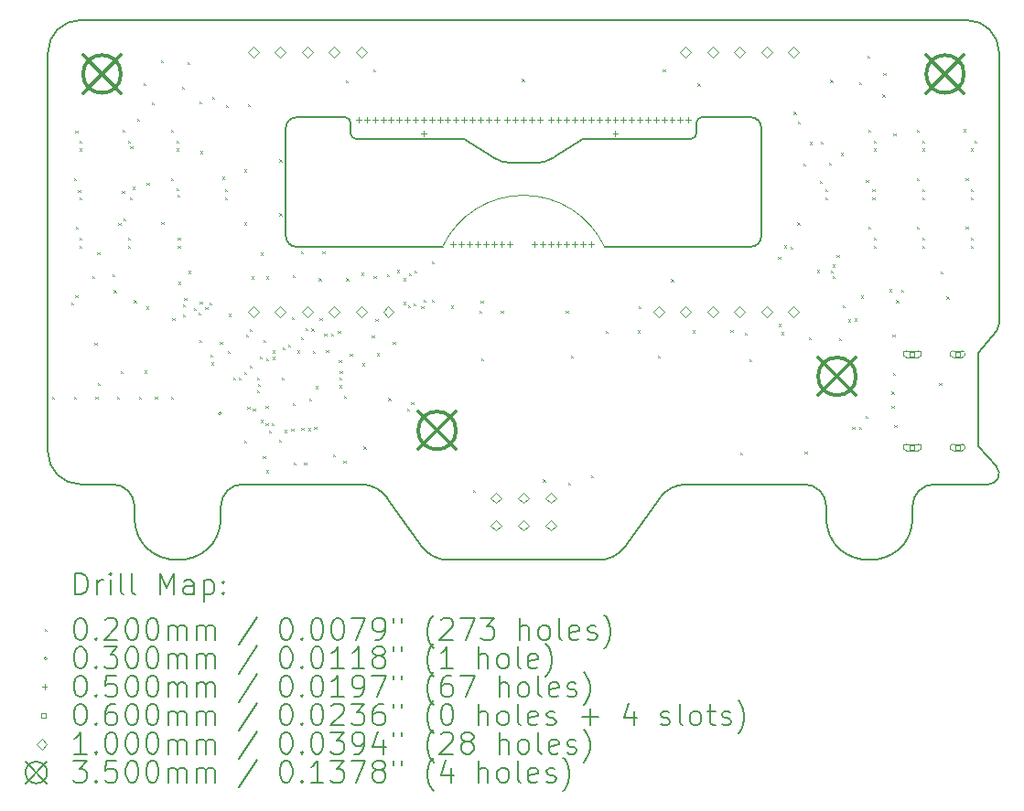
<source format=gbr>
%TF.GenerationSoftware,KiCad,Pcbnew,8.0.6*%
%TF.CreationDate,2024-12-15T00:01:45-05:00*%
%TF.ProjectId,VFDSAO,56464453-414f-42e6-9b69-6361645f7063,rev?*%
%TF.SameCoordinates,Original*%
%TF.FileFunction,Drillmap*%
%TF.FilePolarity,Positive*%
%FSLAX45Y45*%
G04 Gerber Fmt 4.5, Leading zero omitted, Abs format (unit mm)*
G04 Created by KiCad (PCBNEW 8.0.6) date 2024-12-15 00:01:45*
%MOMM*%
%LPD*%
G01*
G04 APERTURE LIST*
%ADD10C,0.160000*%
%ADD11C,0.100000*%
%ADD12C,0.200000*%
%ADD13C,0.350000*%
G04 APERTURE END LIST*
D10*
X13600000Y-10600000D02*
G75*
G02*
X12800000Y-10600000I-400000J0D01*
G01*
X9896191Y-7325000D02*
G75*
G02*
X9719086Y-7272984I-1J327510D01*
G01*
X10939735Y-10874372D02*
X11260265Y-10425629D01*
X14205000Y-9950000D02*
X14205000Y-9086434D01*
X9250714Y-8100000D02*
X7900000Y-8100000D01*
X5600000Y-6300000D02*
G75*
G02*
X5900000Y-6000000I300000J0D01*
G01*
X14373416Y-10132102D02*
G75*
G02*
X14300000Y-10300000I-73416J-67898D01*
G01*
X5600000Y-6300000D02*
X5600000Y-10000000D01*
X12200000Y-8000000D02*
X12200000Y-7000000D01*
X8450000Y-7100000D02*
G75*
G02*
X8400000Y-7050000I0J50000D01*
G01*
X9304385Y-11000000D02*
X10695615Y-11000000D01*
X14100000Y-6000000D02*
X5900000Y-6000000D01*
X12600000Y-10300000D02*
G75*
G02*
X12800000Y-10500000I0J-200000D01*
G01*
X8495615Y-10300000D02*
G75*
G02*
X8739732Y-10425631I-5J-300000D01*
G01*
X8350000Y-6900000D02*
G75*
G02*
X8400000Y-6950000I0J-50000D01*
G01*
X8495615Y-10300000D02*
X7400000Y-10300000D01*
X12100000Y-6900000D02*
X11650000Y-6900000D01*
X9304385Y-11000000D02*
G75*
G02*
X9060268Y-10874369I5J300000D01*
G01*
X14400000Y-8814082D02*
G75*
G02*
X14377145Y-8877708I-100000J2D01*
G01*
X5900000Y-10300000D02*
X6200000Y-10300000D01*
X7200000Y-10500000D02*
G75*
G02*
X7400000Y-10300000I200000J0D01*
G01*
X10280914Y-7272984D02*
G75*
G02*
X10103809Y-7325000I-177104J275494D01*
G01*
X14100000Y-6000000D02*
G75*
G02*
X14400000Y-6300000I0J-300000D01*
G01*
X13600000Y-10500000D02*
G75*
G02*
X13800000Y-10300000I200000J0D01*
G01*
X14373416Y-10132102D02*
X14205000Y-9950000D01*
X9450000Y-7100000D02*
X8450000Y-7100000D01*
X11600000Y-6950000D02*
G75*
G02*
X11650000Y-6900000I50000J0D01*
G01*
X7800000Y-7000000D02*
G75*
G02*
X7900000Y-6900000I100000J0D01*
G01*
X14400000Y-8814082D02*
X14400000Y-6300000D01*
X13600000Y-10500000D02*
X13600000Y-10600000D01*
X8739735Y-10425629D02*
X9060265Y-10874372D01*
X10280914Y-7272984D02*
X10550000Y-7100000D01*
X10550000Y-7100000D02*
X11550000Y-7100000D01*
X11260265Y-10425629D02*
G75*
G02*
X11504385Y-10299996I244125J-174372D01*
G01*
X8400000Y-7050000D02*
X8400000Y-6950000D01*
X12800000Y-10500000D02*
X12800000Y-10600000D01*
X7900000Y-8100000D02*
G75*
G02*
X7800000Y-8000000I0J100000D01*
G01*
X7200000Y-10600000D02*
G75*
G02*
X6400000Y-10600000I-400000J0D01*
G01*
X6400000Y-10500000D02*
X6400000Y-10600000D01*
X11600000Y-7050000D02*
G75*
G02*
X11550000Y-7100000I-50000J0D01*
G01*
X7200000Y-10500000D02*
X7200000Y-10600000D01*
X14300000Y-10300000D02*
X13800000Y-10300000D01*
X7800000Y-8000000D02*
X7800000Y-7000000D01*
X12100000Y-6900000D02*
G75*
G02*
X12200000Y-7000000I0J-100000D01*
G01*
X9896191Y-7325000D02*
X10103809Y-7325000D01*
X14205000Y-9086434D02*
X14377147Y-8877709D01*
X11504385Y-10300000D02*
X12600000Y-10300000D01*
X12200000Y-8000000D02*
G75*
G02*
X12100000Y-8100000I-100000J0D01*
G01*
D11*
X9250714Y-8100000D02*
G75*
G02*
X10749286Y-8100000I749286J-350000D01*
G01*
D10*
X6200000Y-10300000D02*
G75*
G02*
X6400000Y-10500000I0J-200000D01*
G01*
X10939735Y-10874372D02*
G75*
G02*
X10695615Y-11000004I-244125J174372D01*
G01*
X9450000Y-7100000D02*
X9719086Y-7272984D01*
X5900000Y-10300000D02*
G75*
G02*
X5600000Y-10000000I0J300000D01*
G01*
X11600000Y-6950000D02*
X11600000Y-7050000D01*
X7900000Y-6900000D02*
X8350000Y-6900000D01*
X10749286Y-8100000D02*
X12100000Y-8100000D01*
D12*
D11*
X5640000Y-9490000D02*
X5660000Y-9510000D01*
X5660000Y-9490000D02*
X5640000Y-9510000D01*
X5640000Y-9490000D02*
X5660000Y-9510000D01*
X5660000Y-9490000D02*
X5640000Y-9510000D01*
X5815000Y-8615000D02*
X5835000Y-8635000D01*
X5835000Y-8615000D02*
X5815000Y-8635000D01*
X5840000Y-7465000D02*
X5860000Y-7485000D01*
X5860000Y-7465000D02*
X5840000Y-7485000D01*
X5840000Y-9490000D02*
X5860000Y-9510000D01*
X5860000Y-9490000D02*
X5840000Y-9510000D01*
X5852500Y-8550000D02*
X5872500Y-8570000D01*
X5872500Y-8550000D02*
X5852500Y-8570000D01*
X5852855Y-7022855D02*
X5872855Y-7042855D01*
X5872855Y-7022855D02*
X5852855Y-7042855D01*
X5855000Y-7915000D02*
X5875000Y-7935000D01*
X5875000Y-7915000D02*
X5855000Y-7935000D01*
X5879645Y-7575355D02*
X5899645Y-7595355D01*
X5899645Y-7575355D02*
X5879645Y-7595355D01*
X5890000Y-7115000D02*
X5910000Y-7135000D01*
X5910000Y-7115000D02*
X5890000Y-7135000D01*
X5890000Y-7190000D02*
X5910000Y-7210000D01*
X5910000Y-7190000D02*
X5890000Y-7210000D01*
X5890000Y-7640000D02*
X5910000Y-7660000D01*
X5910000Y-7640000D02*
X5890000Y-7660000D01*
X5890000Y-8015000D02*
X5910000Y-8035000D01*
X5910000Y-8015000D02*
X5890000Y-8035000D01*
X5890000Y-8090000D02*
X5910000Y-8110000D01*
X5910000Y-8090000D02*
X5890000Y-8110000D01*
X6010000Y-8370000D02*
X6030000Y-8390000D01*
X6030000Y-8370000D02*
X6010000Y-8390000D01*
X6030000Y-8990000D02*
X6050000Y-9010000D01*
X6050000Y-8990000D02*
X6030000Y-9010000D01*
X6040000Y-9490000D02*
X6060000Y-9510000D01*
X6060000Y-9490000D02*
X6040000Y-9510000D01*
X6055000Y-8150000D02*
X6075000Y-8170000D01*
X6075000Y-8150000D02*
X6055000Y-8170000D01*
X6060000Y-9360000D02*
X6080000Y-9380000D01*
X6080000Y-9360000D02*
X6060000Y-9380000D01*
X6195000Y-8355000D02*
X6215000Y-8375000D01*
X6215000Y-8355000D02*
X6195000Y-8375000D01*
X6210000Y-8500000D02*
X6230000Y-8520000D01*
X6230000Y-8500000D02*
X6210000Y-8520000D01*
X6240000Y-9490000D02*
X6260000Y-9510000D01*
X6260000Y-9490000D02*
X6240000Y-9510000D01*
X6251068Y-7881125D02*
X6271068Y-7901125D01*
X6271068Y-7881125D02*
X6251068Y-7901125D01*
X6275000Y-9250000D02*
X6295000Y-9270000D01*
X6295000Y-9250000D02*
X6275000Y-9270000D01*
X6285000Y-7580000D02*
X6305000Y-7600000D01*
X6305000Y-7580000D02*
X6285000Y-7600000D01*
X6290000Y-7015000D02*
X6310000Y-7035000D01*
X6310000Y-7015000D02*
X6290000Y-7035000D01*
X6296702Y-7837587D02*
X6316702Y-7857587D01*
X6316702Y-7837587D02*
X6296702Y-7857587D01*
X6340000Y-7115000D02*
X6360000Y-7135000D01*
X6360000Y-7115000D02*
X6340000Y-7135000D01*
X6340000Y-8015000D02*
X6360000Y-8035000D01*
X6360000Y-8015000D02*
X6340000Y-8035000D01*
X6340000Y-8090000D02*
X6360000Y-8110000D01*
X6360000Y-8090000D02*
X6340000Y-8110000D01*
X6354500Y-7640000D02*
X6374500Y-7660000D01*
X6374500Y-7640000D02*
X6354500Y-7660000D01*
X6360355Y-7169645D02*
X6380355Y-7189645D01*
X6380355Y-7169645D02*
X6360355Y-7189645D01*
X6380000Y-7545000D02*
X6400000Y-7565000D01*
X6400000Y-7545000D02*
X6380000Y-7565000D01*
X6395000Y-8595000D02*
X6415000Y-8615000D01*
X6415000Y-8595000D02*
X6395000Y-8615000D01*
X6425000Y-6915000D02*
X6445000Y-6935000D01*
X6445000Y-6915000D02*
X6425000Y-6935000D01*
X6440000Y-9490000D02*
X6460000Y-9510000D01*
X6460000Y-9490000D02*
X6440000Y-9510000D01*
X6485000Y-6585000D02*
X6505000Y-6605000D01*
X6505000Y-6585000D02*
X6485000Y-6605000D01*
X6490000Y-9245000D02*
X6510000Y-9265000D01*
X6510000Y-9245000D02*
X6490000Y-9265000D01*
X6510000Y-8652500D02*
X6530000Y-8672500D01*
X6530000Y-8652500D02*
X6510000Y-8672500D01*
X6515000Y-7505000D02*
X6535000Y-7525000D01*
X6535000Y-7505000D02*
X6515000Y-7525000D01*
X6560000Y-6760000D02*
X6580000Y-6780000D01*
X6580000Y-6760000D02*
X6560000Y-6780000D01*
X6590000Y-9490000D02*
X6610000Y-9510000D01*
X6610000Y-9490000D02*
X6590000Y-9510000D01*
X6645000Y-6370000D02*
X6665000Y-6390000D01*
X6665000Y-6370000D02*
X6645000Y-6390000D01*
X6650000Y-7870000D02*
X6670000Y-7890000D01*
X6670000Y-7870000D02*
X6650000Y-7890000D01*
X6740000Y-7015000D02*
X6760000Y-7035000D01*
X6760000Y-7015000D02*
X6740000Y-7035000D01*
X6740000Y-7465000D02*
X6760000Y-7485000D01*
X6760000Y-7465000D02*
X6740000Y-7485000D01*
X6740000Y-9490000D02*
X6760000Y-9510000D01*
X6760000Y-9490000D02*
X6740000Y-9510000D01*
X6750000Y-8760000D02*
X6770000Y-8780000D01*
X6770000Y-8760000D02*
X6750000Y-8780000D01*
X6788683Y-7555791D02*
X6808683Y-7575791D01*
X6808683Y-7555791D02*
X6788683Y-7575791D01*
X6790000Y-7115000D02*
X6810000Y-7135000D01*
X6810000Y-7115000D02*
X6790000Y-7135000D01*
X6790000Y-7190000D02*
X6810000Y-7210000D01*
X6810000Y-7190000D02*
X6790000Y-7210000D01*
X6797176Y-7615187D02*
X6817176Y-7635187D01*
X6817176Y-7615187D02*
X6797176Y-7635187D01*
X6801750Y-8015000D02*
X6821750Y-8035000D01*
X6821750Y-8015000D02*
X6801750Y-8035000D01*
X6801750Y-8090000D02*
X6821750Y-8110000D01*
X6821750Y-8090000D02*
X6801750Y-8110000D01*
X6805000Y-8423750D02*
X6825000Y-8443750D01*
X6825000Y-8423750D02*
X6805000Y-8443750D01*
X6840000Y-6620000D02*
X6860000Y-6640000D01*
X6860000Y-6620000D02*
X6840000Y-6640000D01*
X6846231Y-8632304D02*
X6866231Y-8652304D01*
X6866231Y-8632304D02*
X6846231Y-8652304D01*
X6850000Y-8725000D02*
X6870000Y-8745000D01*
X6870000Y-8725000D02*
X6850000Y-8745000D01*
X6859556Y-8573803D02*
X6879556Y-8593803D01*
X6879556Y-8573803D02*
X6859556Y-8593803D01*
X6890000Y-6390000D02*
X6910000Y-6410000D01*
X6910000Y-6390000D02*
X6890000Y-6410000D01*
X6900000Y-8325000D02*
X6920000Y-8345000D01*
X6920000Y-8325000D02*
X6900000Y-8345000D01*
X6952319Y-8667682D02*
X6972319Y-8687682D01*
X6972319Y-8667682D02*
X6952319Y-8687682D01*
X6991976Y-8706223D02*
X7011976Y-8726223D01*
X7011976Y-8706223D02*
X6991976Y-8726223D01*
X7000000Y-8965000D02*
X7020000Y-8985000D01*
X7020000Y-8965000D02*
X7000000Y-8985000D01*
X7002040Y-6752249D02*
X7022040Y-6772249D01*
X7022040Y-6752249D02*
X7002040Y-6772249D01*
X7005000Y-8605000D02*
X7025000Y-8625000D01*
X7025000Y-8605000D02*
X7005000Y-8625000D01*
X7010000Y-7215000D02*
X7030000Y-7235000D01*
X7030000Y-7215000D02*
X7010000Y-7235000D01*
X7054289Y-8655711D02*
X7074289Y-8675711D01*
X7074289Y-8655711D02*
X7054289Y-8675711D01*
X7094961Y-8615411D02*
X7114961Y-8635411D01*
X7114961Y-8615411D02*
X7094961Y-8635411D01*
X7100000Y-9100000D02*
X7120000Y-9120000D01*
X7120000Y-9100000D02*
X7100000Y-9120000D01*
X7110000Y-9170000D02*
X7130000Y-9190000D01*
X7130000Y-9170000D02*
X7110000Y-9190000D01*
X7120000Y-6710000D02*
X7140000Y-6730000D01*
X7140000Y-6710000D02*
X7120000Y-6730000D01*
X7190000Y-8980000D02*
X7210000Y-9000000D01*
X7210000Y-8980000D02*
X7190000Y-9000000D01*
X7210000Y-7450000D02*
X7230000Y-7470000D01*
X7230000Y-7450000D02*
X7210000Y-7470000D01*
X7238000Y-7565000D02*
X7258000Y-7585000D01*
X7258000Y-7565000D02*
X7238000Y-7585000D01*
X7238000Y-7640000D02*
X7258000Y-7660000D01*
X7258000Y-7640000D02*
X7238000Y-7660000D01*
X7245000Y-6785000D02*
X7265000Y-6805000D01*
X7265000Y-6785000D02*
X7245000Y-6805000D01*
X7265000Y-9065000D02*
X7285000Y-9085000D01*
X7285000Y-9065000D02*
X7265000Y-9085000D01*
X7270000Y-8720000D02*
X7290000Y-8740000D01*
X7290000Y-8720000D02*
X7270000Y-8740000D01*
X7312500Y-9312500D02*
X7332500Y-9332500D01*
X7332500Y-9312500D02*
X7312500Y-9332500D01*
X7365000Y-9310000D02*
X7385000Y-9330000D01*
X7385000Y-9310000D02*
X7365000Y-9330000D01*
X7415000Y-7385000D02*
X7435000Y-7405000D01*
X7435000Y-7385000D02*
X7415000Y-7405000D01*
X7415000Y-7875000D02*
X7435000Y-7895000D01*
X7435000Y-7875000D02*
X7415000Y-7895000D01*
X7415000Y-9260000D02*
X7435000Y-9280000D01*
X7435000Y-9260000D02*
X7415000Y-9280000D01*
X7415000Y-9895000D02*
X7435000Y-9915000D01*
X7435000Y-9895000D02*
X7415000Y-9915000D01*
X7430838Y-8909326D02*
X7450838Y-8929326D01*
X7450838Y-8909326D02*
X7430838Y-8929326D01*
X7445000Y-9580000D02*
X7465000Y-9600000D01*
X7465000Y-9580000D02*
X7445000Y-9600000D01*
X7450000Y-6780000D02*
X7470000Y-6800000D01*
X7470000Y-6780000D02*
X7450000Y-6800000D01*
X7465000Y-8860000D02*
X7485000Y-8880000D01*
X7485000Y-8860000D02*
X7465000Y-8880000D01*
X7465000Y-9200000D02*
X7485000Y-9220000D01*
X7485000Y-9200000D02*
X7465000Y-9220000D01*
X7485000Y-8375001D02*
X7505000Y-8395001D01*
X7505000Y-8375001D02*
X7485000Y-8395001D01*
X7495000Y-9600000D02*
X7515000Y-9620000D01*
X7515000Y-9600000D02*
X7495000Y-9620000D01*
X7533096Y-9426500D02*
X7553096Y-9446500D01*
X7553096Y-9426500D02*
X7533096Y-9446500D01*
X7535000Y-9312500D02*
X7555000Y-9332500D01*
X7555000Y-9312500D02*
X7535000Y-9332500D01*
X7540803Y-9366997D02*
X7560803Y-9386997D01*
X7560803Y-9366997D02*
X7540803Y-9386997D01*
X7559339Y-9117340D02*
X7579339Y-9137340D01*
X7579339Y-9117340D02*
X7559339Y-9137340D01*
X7570000Y-8155000D02*
X7590000Y-8175000D01*
X7590000Y-8155000D02*
X7570000Y-8175000D01*
X7570000Y-9705000D02*
X7590000Y-9725000D01*
X7590000Y-9705000D02*
X7570000Y-9725000D01*
X7590000Y-10040000D02*
X7610000Y-10060000D01*
X7610000Y-10040000D02*
X7590000Y-10060000D01*
X7591622Y-8964530D02*
X7611622Y-8984530D01*
X7611622Y-8964530D02*
X7591622Y-8984530D01*
X7615000Y-9575000D02*
X7635000Y-9595000D01*
X7635000Y-9575000D02*
X7615000Y-9595000D01*
X7615000Y-9735000D02*
X7635000Y-9755000D01*
X7635000Y-9735000D02*
X7615000Y-9755000D01*
X7617366Y-9132601D02*
X7637366Y-9152601D01*
X7637366Y-9132601D02*
X7617366Y-9152601D01*
X7617500Y-10168500D02*
X7637500Y-10188500D01*
X7637500Y-10168500D02*
X7617500Y-10188500D01*
X7620000Y-8375000D02*
X7640000Y-8395000D01*
X7640000Y-8375000D02*
X7620000Y-8395000D01*
X7645000Y-9800000D02*
X7665000Y-9820000D01*
X7665000Y-9800000D02*
X7645000Y-9820000D01*
X7670000Y-9735000D02*
X7690000Y-9755000D01*
X7690000Y-9735000D02*
X7670000Y-9755000D01*
X7676140Y-9120533D02*
X7696140Y-9140533D01*
X7696140Y-9120533D02*
X7676140Y-9140533D01*
X7680000Y-9060000D02*
X7700000Y-9080000D01*
X7700000Y-9060000D02*
X7680000Y-9080000D01*
X7735000Y-9885000D02*
X7755000Y-9905000D01*
X7755000Y-9885000D02*
X7735000Y-9905000D01*
X7740000Y-7290000D02*
X7760000Y-7310000D01*
X7760000Y-7290000D02*
X7740000Y-7310000D01*
X7740000Y-7790000D02*
X7760000Y-7810000D01*
X7760000Y-7790000D02*
X7740000Y-7810000D01*
X7765000Y-9310000D02*
X7785000Y-9330000D01*
X7785000Y-9310000D02*
X7765000Y-9330000D01*
X7769368Y-9029139D02*
X7789368Y-9049139D01*
X7789368Y-9029139D02*
X7769368Y-9049139D01*
X7786890Y-9798116D02*
X7806890Y-9818116D01*
X7806890Y-9798116D02*
X7786890Y-9818116D01*
X7822726Y-9002786D02*
X7842726Y-9022786D01*
X7842726Y-9002786D02*
X7822726Y-9022786D01*
X7850002Y-9785002D02*
X7870002Y-9805002D01*
X7870002Y-9785002D02*
X7850002Y-9805002D01*
X7855000Y-8752500D02*
X7875000Y-8772500D01*
X7875000Y-8752500D02*
X7855000Y-8772500D01*
X7865000Y-8360000D02*
X7885000Y-8380000D01*
X7885000Y-8360000D02*
X7865000Y-8380000D01*
X7865000Y-9545000D02*
X7885000Y-9565000D01*
X7885000Y-9545000D02*
X7865000Y-9565000D01*
X7872500Y-10095000D02*
X7892500Y-10115000D01*
X7892500Y-10095000D02*
X7872500Y-10115000D01*
X7907500Y-9061198D02*
X7927500Y-9081198D01*
X7927500Y-9061198D02*
X7907500Y-9081198D01*
X7940000Y-8140000D02*
X7960000Y-8160000D01*
X7960000Y-8140000D02*
X7940000Y-8160000D01*
X7940000Y-8940000D02*
X7960000Y-8960000D01*
X7960000Y-8940000D02*
X7940000Y-8960000D01*
X7945000Y-9775000D02*
X7965000Y-9795000D01*
X7965000Y-9775000D02*
X7945000Y-9795000D01*
X7970000Y-10097500D02*
X7990000Y-10117500D01*
X7990000Y-10097500D02*
X7970000Y-10117500D01*
X7983959Y-8852500D02*
X8003959Y-8872500D01*
X8003959Y-8852500D02*
X7983959Y-8872500D01*
X8006223Y-9780106D02*
X8026223Y-9800106D01*
X8026223Y-9780106D02*
X8006223Y-9800106D01*
X8014355Y-9506355D02*
X8034355Y-9526355D01*
X8034355Y-9506355D02*
X8014355Y-9526355D01*
X8036991Y-8857702D02*
X8056991Y-8877702D01*
X8056991Y-8857702D02*
X8036991Y-8877702D01*
X8052500Y-9062500D02*
X8072500Y-9082500D01*
X8072500Y-9062500D02*
X8052500Y-9082500D01*
X8064290Y-9765000D02*
X8084290Y-9785000D01*
X8084290Y-9765000D02*
X8064290Y-9785000D01*
X8075000Y-9390000D02*
X8095000Y-9410000D01*
X8095000Y-9390000D02*
X8075000Y-9410000D01*
X8105000Y-8392000D02*
X8125000Y-8412000D01*
X8125000Y-8392000D02*
X8105000Y-8412000D01*
X8115000Y-8760000D02*
X8135000Y-8780000D01*
X8135000Y-8760000D02*
X8115000Y-8780000D01*
X8140000Y-8140000D02*
X8160000Y-8160000D01*
X8160000Y-8140000D02*
X8140000Y-8160000D01*
X8155000Y-8905000D02*
X8175000Y-8925000D01*
X8175000Y-8905000D02*
X8155000Y-8925000D01*
X8174056Y-9055000D02*
X8194056Y-9075000D01*
X8194056Y-9055000D02*
X8174056Y-9075000D01*
X8220000Y-8905000D02*
X8240000Y-8925000D01*
X8240000Y-8905000D02*
X8220000Y-8925000D01*
X8235000Y-10020000D02*
X8255000Y-10040000D01*
X8255000Y-10020000D02*
X8235000Y-10040000D01*
X8281751Y-8878250D02*
X8301751Y-8898250D01*
X8301751Y-8878250D02*
X8281751Y-8898250D01*
X8292500Y-9149387D02*
X8312500Y-9169387D01*
X8312500Y-9149387D02*
X8292500Y-9169387D01*
X8293402Y-9381973D02*
X8313402Y-9401973D01*
X8313402Y-9381973D02*
X8293402Y-9401973D01*
X8295000Y-9310000D02*
X8315000Y-9330000D01*
X8315000Y-9310000D02*
X8295000Y-9330000D01*
X8299086Y-9249087D02*
X8319086Y-9269087D01*
X8319086Y-9249087D02*
X8299086Y-9269087D01*
X8335000Y-10080000D02*
X8355000Y-10100000D01*
X8355000Y-10080000D02*
X8335000Y-10100000D01*
X8335787Y-9477029D02*
X8355787Y-9497029D01*
X8355787Y-9477029D02*
X8335787Y-9497029D01*
X8355000Y-6560000D02*
X8375000Y-6580000D01*
X8375000Y-6560000D02*
X8355000Y-6580000D01*
X8360000Y-8390000D02*
X8380000Y-8410000D01*
X8380000Y-8390000D02*
X8360000Y-8410000D01*
X8392108Y-9088674D02*
X8412108Y-9108674D01*
X8412108Y-9088674D02*
X8392108Y-9108674D01*
X8500000Y-8340000D02*
X8520000Y-8360000D01*
X8520000Y-8340000D02*
X8500000Y-8360000D01*
X8505000Y-9180000D02*
X8525000Y-9200000D01*
X8525000Y-9180000D02*
X8505000Y-9200000D01*
X8520000Y-9950000D02*
X8540000Y-9970000D01*
X8540000Y-9950000D02*
X8520000Y-9970000D01*
X8595000Y-8920000D02*
X8615000Y-8940000D01*
X8615000Y-8920000D02*
X8595000Y-8940000D01*
X8610000Y-6455000D02*
X8630000Y-6475000D01*
X8630000Y-6455000D02*
X8610000Y-6475000D01*
X8612500Y-8372500D02*
X8632500Y-8392500D01*
X8632500Y-8372500D02*
X8612500Y-8392500D01*
X8630000Y-8770000D02*
X8650000Y-8790000D01*
X8650000Y-8770000D02*
X8630000Y-8790000D01*
X8645000Y-9085000D02*
X8665000Y-9105000D01*
X8665000Y-9085000D02*
X8645000Y-9105000D01*
X8735000Y-8355000D02*
X8755000Y-8375000D01*
X8755000Y-8355000D02*
X8735000Y-8375000D01*
X8747500Y-9500000D02*
X8767500Y-9520000D01*
X8767500Y-9500000D02*
X8747500Y-9520000D01*
X8790000Y-8980000D02*
X8810000Y-9000000D01*
X8810000Y-8980000D02*
X8790000Y-9000000D01*
X8830000Y-8315000D02*
X8850000Y-8335000D01*
X8850000Y-8315000D02*
X8830000Y-8335000D01*
X8890000Y-8390000D02*
X8910000Y-8410000D01*
X8910000Y-8390000D02*
X8890000Y-8410000D01*
X8890001Y-8610000D02*
X8910001Y-8630000D01*
X8910001Y-8610000D02*
X8890001Y-8630000D01*
X8920355Y-9600355D02*
X8940355Y-9620355D01*
X8940355Y-9600355D02*
X8920355Y-9620355D01*
X8933118Y-8639954D02*
X8953118Y-8659954D01*
X8953118Y-8639954D02*
X8933118Y-8659954D01*
X8940000Y-8343779D02*
X8960000Y-8363779D01*
X8960000Y-8343779D02*
X8940000Y-8363779D01*
X8960000Y-9540000D02*
X8980000Y-9560000D01*
X8980000Y-9540000D02*
X8960000Y-9560000D01*
X8983107Y-8623912D02*
X9003107Y-8643912D01*
X9003107Y-8623912D02*
X8983107Y-8643912D01*
X8987496Y-8316718D02*
X9007496Y-8336718D01*
X9007496Y-8316718D02*
X8987496Y-8336718D01*
X9052500Y-8647500D02*
X9072500Y-8667500D01*
X9072500Y-8647500D02*
X9052500Y-8667500D01*
X9072525Y-8590940D02*
X9092525Y-8610940D01*
X9092525Y-8590940D02*
X9072525Y-8610940D01*
X9150000Y-8590000D02*
X9170000Y-8610000D01*
X9170000Y-8590000D02*
X9150000Y-8610000D01*
X9150001Y-8235000D02*
X9170001Y-8255000D01*
X9170001Y-8235000D02*
X9150001Y-8255000D01*
X9330000Y-8645000D02*
X9350000Y-8665000D01*
X9350000Y-8645000D02*
X9330000Y-8665000D01*
X9530000Y-10350000D02*
X9550000Y-10370000D01*
X9550000Y-10350000D02*
X9530000Y-10370000D01*
X9590000Y-8690000D02*
X9610000Y-8710000D01*
X9610000Y-8690000D02*
X9590000Y-8710000D01*
X9605000Y-8600000D02*
X9625000Y-8620000D01*
X9625000Y-8600000D02*
X9605000Y-8620000D01*
X9607500Y-9132500D02*
X9627500Y-9152500D01*
X9627500Y-9132500D02*
X9607500Y-9152500D01*
X9790000Y-8690000D02*
X9810000Y-8710000D01*
X9810000Y-8690000D02*
X9790000Y-8710000D01*
X9985000Y-6545000D02*
X10005000Y-6565000D01*
X10005000Y-6545000D02*
X9985000Y-6565000D01*
X10180000Y-10255000D02*
X10200000Y-10275000D01*
X10200000Y-10255000D02*
X10180000Y-10275000D01*
X10390000Y-8690000D02*
X10410000Y-8710000D01*
X10410000Y-8690000D02*
X10390000Y-8710000D01*
X10415000Y-10285000D02*
X10435000Y-10305000D01*
X10435000Y-10285000D02*
X10415000Y-10305000D01*
X10440000Y-9105000D02*
X10460000Y-9125000D01*
X10460000Y-9105000D02*
X10440000Y-9125000D01*
X10625000Y-10215000D02*
X10645000Y-10235000D01*
X10645000Y-10215000D02*
X10625000Y-10235000D01*
X10760000Y-8880000D02*
X10780000Y-8900000D01*
X10780000Y-8880000D02*
X10760000Y-8900000D01*
X11055000Y-8875000D02*
X11075000Y-8895000D01*
X11075000Y-8875000D02*
X11055000Y-8895000D01*
X11065000Y-8650000D02*
X11085000Y-8670000D01*
X11085000Y-8650000D02*
X11065000Y-8670000D01*
X11240000Y-9105000D02*
X11260000Y-9125000D01*
X11260000Y-9105000D02*
X11240000Y-9125000D01*
X11290000Y-6455000D02*
X11310000Y-6475000D01*
X11310000Y-6455000D02*
X11290000Y-6475000D01*
X11365000Y-8400000D02*
X11385000Y-8420000D01*
X11385000Y-8400000D02*
X11365000Y-8420000D01*
X11565000Y-8875000D02*
X11585000Y-8895000D01*
X11585000Y-8875000D02*
X11565000Y-8895000D01*
X11610000Y-6588000D02*
X11630000Y-6608000D01*
X11630000Y-6588000D02*
X11610000Y-6608000D01*
X11915000Y-8870000D02*
X11935000Y-8890000D01*
X11935000Y-8870000D02*
X11915000Y-8890000D01*
X12005000Y-10005000D02*
X12025000Y-10025000D01*
X12025000Y-10005000D02*
X12005000Y-10025000D01*
X12045000Y-8895000D02*
X12065000Y-8915000D01*
X12065000Y-8895000D02*
X12045000Y-8915000D01*
X12090000Y-9140000D02*
X12110000Y-9160000D01*
X12110000Y-9140000D02*
X12090000Y-9160000D01*
X12355355Y-8194690D02*
X12375355Y-8214690D01*
X12375355Y-8194690D02*
X12355355Y-8214690D01*
X12360000Y-8815000D02*
X12380000Y-8835000D01*
X12380000Y-8815000D02*
X12360000Y-8835000D01*
X12385000Y-8890000D02*
X12405000Y-8910000D01*
X12405000Y-8890000D02*
X12385000Y-8910000D01*
X12411287Y-8085139D02*
X12431287Y-8105139D01*
X12431287Y-8085139D02*
X12411287Y-8105139D01*
X12470000Y-8097500D02*
X12490000Y-8117500D01*
X12490000Y-8097500D02*
X12470000Y-8117500D01*
X12500000Y-6850000D02*
X12520000Y-6870000D01*
X12520000Y-6850000D02*
X12500000Y-6870000D01*
X12532500Y-7875000D02*
X12552500Y-7895000D01*
X12552500Y-7875000D02*
X12532500Y-7895000D01*
X12535000Y-6940000D02*
X12555000Y-6960000D01*
X12555000Y-6940000D02*
X12535000Y-6960000D01*
X12590355Y-7330355D02*
X12610355Y-7350355D01*
X12610355Y-7330355D02*
X12590355Y-7350355D01*
X12600000Y-9995000D02*
X12620000Y-10015000D01*
X12620000Y-9995000D02*
X12600000Y-10015000D01*
X12640000Y-8935000D02*
X12660000Y-8955000D01*
X12660000Y-8935000D02*
X12640000Y-8955000D01*
X12650000Y-7130000D02*
X12670000Y-7150000D01*
X12670000Y-7130000D02*
X12650000Y-7150000D01*
X12717625Y-8315000D02*
X12737625Y-8335000D01*
X12737625Y-8315000D02*
X12717625Y-8335000D01*
X12740000Y-7490000D02*
X12760000Y-7510000D01*
X12760000Y-7490000D02*
X12740000Y-7510000D01*
X12747112Y-7123297D02*
X12767112Y-7143297D01*
X12767112Y-7123297D02*
X12747112Y-7143297D01*
X12790000Y-7565000D02*
X12810000Y-7585000D01*
X12810000Y-7565000D02*
X12790000Y-7585000D01*
X12790000Y-7640000D02*
X12810000Y-7660000D01*
X12810000Y-7640000D02*
X12790000Y-7660000D01*
X12825000Y-7322500D02*
X12845000Y-7342500D01*
X12845000Y-7322500D02*
X12825000Y-7342500D01*
X12837500Y-6552500D02*
X12857500Y-6572500D01*
X12857500Y-6552500D02*
X12837500Y-6572500D01*
X12843025Y-8317261D02*
X12863025Y-8337261D01*
X12863025Y-8317261D02*
X12843025Y-8337261D01*
X12860000Y-8265000D02*
X12880000Y-8285000D01*
X12880000Y-8265000D02*
X12860000Y-8285000D01*
X12860000Y-8372500D02*
X12880000Y-8392500D01*
X12880000Y-8372500D02*
X12860000Y-8392500D01*
X12897500Y-8175000D02*
X12917500Y-8195000D01*
X12917500Y-8175000D02*
X12897500Y-8195000D01*
X12920000Y-8947500D02*
X12940000Y-8967500D01*
X12940000Y-8947500D02*
X12920000Y-8967500D01*
X12937500Y-7230000D02*
X12957500Y-7250000D01*
X12957500Y-7230000D02*
X12937500Y-7250000D01*
X12950000Y-8642500D02*
X12970000Y-8662500D01*
X12970000Y-8642500D02*
X12950000Y-8662500D01*
X13002500Y-8772500D02*
X13022500Y-8792500D01*
X13022500Y-8772500D02*
X13002500Y-8792500D01*
X13042500Y-9765000D02*
X13062500Y-9785000D01*
X13062500Y-9765000D02*
X13042500Y-9785000D01*
X13065000Y-8765000D02*
X13085000Y-8785000D01*
X13085000Y-8765000D02*
X13065000Y-8785000D01*
X13102500Y-9765000D02*
X13122500Y-9785000D01*
X13122500Y-9765000D02*
X13102500Y-9785000D01*
X13105000Y-6577500D02*
X13125000Y-6597500D01*
X13125000Y-6577500D02*
X13105000Y-6597500D01*
X13121909Y-8553091D02*
X13141909Y-8573091D01*
X13141909Y-8553091D02*
X13121909Y-8573091D01*
X13165000Y-9665000D02*
X13185000Y-9685000D01*
X13185000Y-9665000D02*
X13165000Y-9685000D01*
X13167500Y-7482500D02*
X13187500Y-7502500D01*
X13187500Y-7482500D02*
X13167500Y-7502500D01*
X13180000Y-6330000D02*
X13200000Y-6350000D01*
X13200000Y-6330000D02*
X13180000Y-6350000D01*
X13190000Y-7015000D02*
X13210000Y-7035000D01*
X13210000Y-7015000D02*
X13190000Y-7035000D01*
X13190000Y-7915000D02*
X13210000Y-7935000D01*
X13210000Y-7915000D02*
X13190000Y-7935000D01*
X13226250Y-7565000D02*
X13246250Y-7585000D01*
X13246250Y-7565000D02*
X13226250Y-7585000D01*
X13226250Y-7640000D02*
X13246250Y-7660000D01*
X13246250Y-7640000D02*
X13226250Y-7660000D01*
X13240000Y-7115000D02*
X13260000Y-7135000D01*
X13260000Y-7115000D02*
X13240000Y-7135000D01*
X13240000Y-7190000D02*
X13260000Y-7210000D01*
X13260000Y-7190000D02*
X13240000Y-7210000D01*
X13240000Y-8015000D02*
X13260000Y-8035000D01*
X13260000Y-8015000D02*
X13240000Y-8035000D01*
X13240000Y-8090000D02*
X13260000Y-8110000D01*
X13260000Y-8090000D02*
X13240000Y-8110000D01*
X13320000Y-6690000D02*
X13340000Y-6710000D01*
X13340000Y-6690000D02*
X13320000Y-6710000D01*
X13330000Y-6490000D02*
X13350000Y-6510000D01*
X13350000Y-6490000D02*
X13330000Y-6510000D01*
X13384351Y-8491610D02*
X13404351Y-8511610D01*
X13404351Y-8491610D02*
X13384351Y-8511610D01*
X13405000Y-9442500D02*
X13425000Y-9462500D01*
X13425000Y-9442500D02*
X13405000Y-9462500D01*
X13405000Y-9575000D02*
X13425000Y-9595000D01*
X13425000Y-9575000D02*
X13405000Y-9595000D01*
X13415000Y-8910000D02*
X13435000Y-8930000D01*
X13435000Y-8910000D02*
X13415000Y-8930000D01*
X13420000Y-9270000D02*
X13440000Y-9290000D01*
X13440000Y-9270000D02*
X13420000Y-9290000D01*
X13422500Y-7050000D02*
X13442500Y-7070000D01*
X13442500Y-7050000D02*
X13422500Y-7070000D01*
X13430000Y-9750000D02*
X13450000Y-9770000D01*
X13450000Y-9750000D02*
X13430000Y-9770000D01*
X13447500Y-8595000D02*
X13467500Y-8615000D01*
X13467500Y-8595000D02*
X13447500Y-8615000D01*
X13496734Y-8496725D02*
X13516734Y-8516725D01*
X13516734Y-8496725D02*
X13496734Y-8516725D01*
X13640000Y-7015000D02*
X13660000Y-7035000D01*
X13660000Y-7015000D02*
X13640000Y-7035000D01*
X13640000Y-7465000D02*
X13660000Y-7485000D01*
X13660000Y-7465000D02*
X13640000Y-7485000D01*
X13640000Y-7915000D02*
X13660000Y-7935000D01*
X13660000Y-7915000D02*
X13640000Y-7935000D01*
X13690000Y-7115000D02*
X13710000Y-7135000D01*
X13710000Y-7115000D02*
X13690000Y-7135000D01*
X13690000Y-7190000D02*
X13710000Y-7210000D01*
X13710000Y-7190000D02*
X13690000Y-7210000D01*
X13690000Y-7565000D02*
X13710000Y-7585000D01*
X13710000Y-7565000D02*
X13690000Y-7585000D01*
X13690000Y-7640000D02*
X13710000Y-7660000D01*
X13710000Y-7640000D02*
X13690000Y-7660000D01*
X13690000Y-8015000D02*
X13710000Y-8035000D01*
X13710000Y-8015000D02*
X13690000Y-8035000D01*
X13690000Y-8090000D02*
X13710000Y-8110000D01*
X13710000Y-8090000D02*
X13690000Y-8110000D01*
X13845000Y-9360000D02*
X13865000Y-9380000D01*
X13865000Y-9360000D02*
X13845000Y-9380000D01*
X13860000Y-8330000D02*
X13880000Y-8350000D01*
X13880000Y-8330000D02*
X13860000Y-8350000D01*
X13915000Y-8560000D02*
X13935000Y-8580000D01*
X13935000Y-8560000D02*
X13915000Y-8580000D01*
X14070858Y-7010858D02*
X14090858Y-7030858D01*
X14090858Y-7010858D02*
X14070858Y-7030858D01*
X14090000Y-7465000D02*
X14110000Y-7485000D01*
X14110000Y-7465000D02*
X14090000Y-7485000D01*
X14090000Y-7915000D02*
X14110000Y-7935000D01*
X14110000Y-7915000D02*
X14090000Y-7935000D01*
X14140000Y-7190000D02*
X14160000Y-7210000D01*
X14160000Y-7190000D02*
X14140000Y-7210000D01*
X14140000Y-7565000D02*
X14160000Y-7585000D01*
X14160000Y-7565000D02*
X14140000Y-7585000D01*
X14140000Y-7640000D02*
X14160000Y-7660000D01*
X14160000Y-7640000D02*
X14140000Y-7660000D01*
X14140000Y-8015000D02*
X14160000Y-8035000D01*
X14160000Y-8015000D02*
X14140000Y-8035000D01*
X14140000Y-8090000D02*
X14160000Y-8110000D01*
X14160000Y-8090000D02*
X14140000Y-8110000D01*
X14170000Y-7115000D02*
X14190000Y-7135000D01*
X14190000Y-7115000D02*
X14170000Y-7135000D01*
X7205000Y-9644500D02*
G75*
G02*
X7175000Y-9644500I-15000J0D01*
G01*
X7175000Y-9644500D02*
G75*
G02*
X7205000Y-9644500I15000J0D01*
G01*
X8475000Y-6900000D02*
X8475000Y-6950000D01*
X8450000Y-6925000D02*
X8500000Y-6925000D01*
X8475000Y-6900000D02*
X8475000Y-6950000D01*
X8450000Y-6925000D02*
X8500000Y-6925000D01*
X8550000Y-6900000D02*
X8550000Y-6950000D01*
X8525000Y-6925000D02*
X8575000Y-6925000D01*
X8550000Y-6900000D02*
X8550000Y-6950000D01*
X8525000Y-6925000D02*
X8575000Y-6925000D01*
X8625000Y-6900000D02*
X8625000Y-6950000D01*
X8600000Y-6925000D02*
X8650000Y-6925000D01*
X8700000Y-6900000D02*
X8700000Y-6950000D01*
X8675000Y-6925000D02*
X8725000Y-6925000D01*
X8775000Y-6900000D02*
X8775000Y-6950000D01*
X8750000Y-6925000D02*
X8800000Y-6925000D01*
X8775000Y-6900000D02*
X8775000Y-6950000D01*
X8750000Y-6925000D02*
X8800000Y-6925000D01*
X8850000Y-6900000D02*
X8850000Y-6950000D01*
X8825000Y-6925000D02*
X8875000Y-6925000D01*
X8925000Y-6900000D02*
X8925000Y-6950000D01*
X8900000Y-6925000D02*
X8950000Y-6925000D01*
X9000000Y-6900000D02*
X9000000Y-6950000D01*
X8975000Y-6925000D02*
X9025000Y-6925000D01*
X9075000Y-6900000D02*
X9075000Y-6950000D01*
X9050000Y-6925000D02*
X9100000Y-6925000D01*
X9075000Y-7025000D02*
X9075000Y-7075000D01*
X9050000Y-7050000D02*
X9100000Y-7050000D01*
X9150000Y-6900000D02*
X9150000Y-6950000D01*
X9125000Y-6925000D02*
X9175000Y-6925000D01*
X9225000Y-6900000D02*
X9225000Y-6950000D01*
X9200000Y-6925000D02*
X9250000Y-6925000D01*
X9300000Y-6900000D02*
X9300000Y-6950000D01*
X9275000Y-6925000D02*
X9325000Y-6925000D01*
X9350000Y-8050000D02*
X9350000Y-8100000D01*
X9325000Y-8075000D02*
X9375000Y-8075000D01*
X9375000Y-6900000D02*
X9375000Y-6950000D01*
X9350000Y-6925000D02*
X9400000Y-6925000D01*
X9425000Y-8050000D02*
X9425000Y-8100000D01*
X9400000Y-8075000D02*
X9450000Y-8075000D01*
X9425000Y-8050000D02*
X9425000Y-8100000D01*
X9400000Y-8075000D02*
X9450000Y-8075000D01*
X9450000Y-6900000D02*
X9450000Y-6950000D01*
X9425000Y-6925000D02*
X9475000Y-6925000D01*
X9500000Y-8050000D02*
X9500000Y-8100000D01*
X9475000Y-8075000D02*
X9525000Y-8075000D01*
X9525000Y-6900000D02*
X9525000Y-6950000D01*
X9500000Y-6925000D02*
X9550000Y-6925000D01*
X9575000Y-8050000D02*
X9575000Y-8100000D01*
X9550000Y-8075000D02*
X9600000Y-8075000D01*
X9600000Y-6900000D02*
X9600000Y-6950000D01*
X9575000Y-6925000D02*
X9625000Y-6925000D01*
X9650000Y-8050000D02*
X9650000Y-8100000D01*
X9625000Y-8075000D02*
X9675000Y-8075000D01*
X9675000Y-6900000D02*
X9675000Y-6950000D01*
X9650000Y-6925000D02*
X9700000Y-6925000D01*
X9725000Y-8050000D02*
X9725000Y-8100000D01*
X9700000Y-8075000D02*
X9750000Y-8075000D01*
X9750000Y-6900000D02*
X9750000Y-6950000D01*
X9725000Y-6925000D02*
X9775000Y-6925000D01*
X9800000Y-8050000D02*
X9800000Y-8100000D01*
X9775000Y-8075000D02*
X9825000Y-8075000D01*
X9850000Y-6900000D02*
X9850000Y-6950000D01*
X9825000Y-6925000D02*
X9875000Y-6925000D01*
X9875000Y-8050000D02*
X9875000Y-8100000D01*
X9850000Y-8075000D02*
X9900000Y-8075000D01*
X9925000Y-6900000D02*
X9925000Y-6950000D01*
X9900000Y-6925000D02*
X9950000Y-6925000D01*
X10000000Y-6900000D02*
X10000000Y-6950000D01*
X9975000Y-6925000D02*
X10025000Y-6925000D01*
X10075000Y-6900000D02*
X10075000Y-6950000D01*
X10050000Y-6925000D02*
X10100000Y-6925000D01*
X10100000Y-8050000D02*
X10100000Y-8100000D01*
X10075000Y-8075000D02*
X10125000Y-8075000D01*
X10150000Y-6900000D02*
X10150000Y-6950000D01*
X10125000Y-6925000D02*
X10175000Y-6925000D01*
X10175000Y-8050000D02*
X10175000Y-8100000D01*
X10150000Y-8075000D02*
X10200000Y-8075000D01*
X10175000Y-8050000D02*
X10175000Y-8100000D01*
X10150000Y-8075000D02*
X10200000Y-8075000D01*
X10250000Y-6900000D02*
X10250000Y-6950000D01*
X10225000Y-6925000D02*
X10275000Y-6925000D01*
X10250000Y-8050000D02*
X10250000Y-8100000D01*
X10225000Y-8075000D02*
X10275000Y-8075000D01*
X10325000Y-6900000D02*
X10325000Y-6950000D01*
X10300000Y-6925000D02*
X10350000Y-6925000D01*
X10325000Y-8050000D02*
X10325000Y-8100000D01*
X10300000Y-8075000D02*
X10350000Y-8075000D01*
X10400000Y-6900000D02*
X10400000Y-6950000D01*
X10375000Y-6925000D02*
X10425000Y-6925000D01*
X10400000Y-8050000D02*
X10400000Y-8100000D01*
X10375000Y-8075000D02*
X10425000Y-8075000D01*
X10475000Y-6900000D02*
X10475000Y-6950000D01*
X10450000Y-6925000D02*
X10500000Y-6925000D01*
X10475000Y-8050000D02*
X10475000Y-8100000D01*
X10450000Y-8075000D02*
X10500000Y-8075000D01*
X10550000Y-6900000D02*
X10550000Y-6950000D01*
X10525000Y-6925000D02*
X10575000Y-6925000D01*
X10550000Y-8050000D02*
X10550000Y-8100000D01*
X10525000Y-8075000D02*
X10575000Y-8075000D01*
X10625000Y-6900000D02*
X10625000Y-6950000D01*
X10600000Y-6925000D02*
X10650000Y-6925000D01*
X10625000Y-8050000D02*
X10625000Y-8100000D01*
X10600000Y-8075000D02*
X10650000Y-8075000D01*
X10625000Y-8050000D02*
X10625000Y-8100000D01*
X10600000Y-8075000D02*
X10650000Y-8075000D01*
X10700000Y-6900000D02*
X10700000Y-6950000D01*
X10675000Y-6925000D02*
X10725000Y-6925000D01*
X10775000Y-6900000D02*
X10775000Y-6950000D01*
X10750000Y-6925000D02*
X10800000Y-6925000D01*
X10850000Y-6900000D02*
X10850000Y-6950000D01*
X10825000Y-6925000D02*
X10875000Y-6925000D01*
X10850000Y-7025000D02*
X10850000Y-7075000D01*
X10825000Y-7050000D02*
X10875000Y-7050000D01*
X10925000Y-6900000D02*
X10925000Y-6950000D01*
X10900000Y-6925000D02*
X10950000Y-6925000D01*
X10925000Y-6900000D02*
X10925000Y-6950000D01*
X10900000Y-6925000D02*
X10950000Y-6925000D01*
X11000000Y-6900000D02*
X11000000Y-6950000D01*
X10975000Y-6925000D02*
X11025000Y-6925000D01*
X11075000Y-6900000D02*
X11075000Y-6950000D01*
X11050000Y-6925000D02*
X11100000Y-6925000D01*
X11150000Y-6900000D02*
X11150000Y-6950000D01*
X11125000Y-6925000D02*
X11175000Y-6925000D01*
X11225000Y-6900000D02*
X11225000Y-6950000D01*
X11200000Y-6925000D02*
X11250000Y-6925000D01*
X11300000Y-6900000D02*
X11300000Y-6950000D01*
X11275000Y-6925000D02*
X11325000Y-6925000D01*
X11375000Y-6900000D02*
X11375000Y-6950000D01*
X11350000Y-6925000D02*
X11400000Y-6925000D01*
X11450000Y-6900000D02*
X11450000Y-6950000D01*
X11425000Y-6925000D02*
X11475000Y-6925000D01*
X11525000Y-6900000D02*
X11525000Y-6950000D01*
X11500000Y-6925000D02*
X11550000Y-6925000D01*
X11525000Y-6900000D02*
X11525000Y-6950000D01*
X11500000Y-6925000D02*
X11550000Y-6925000D01*
X13618713Y-9114213D02*
X13618713Y-9071787D01*
X13576287Y-9071787D01*
X13576287Y-9114213D01*
X13618713Y-9114213D01*
X13542500Y-9123000D02*
X13652500Y-9123000D01*
X13652500Y-9063000D02*
G75*
G02*
X13652500Y-9123000I0J-30000D01*
G01*
X13652500Y-9063000D02*
X13542500Y-9063000D01*
X13542500Y-9063000D02*
G75*
G03*
X13542500Y-9123000I0J-30000D01*
G01*
X13618713Y-9978213D02*
X13618713Y-9935787D01*
X13576287Y-9935787D01*
X13576287Y-9978213D01*
X13618713Y-9978213D01*
X13542500Y-9987000D02*
X13652500Y-9987000D01*
X13652500Y-9927000D02*
G75*
G02*
X13652500Y-9987000I0J-30000D01*
G01*
X13652500Y-9927000D02*
X13542500Y-9927000D01*
X13542500Y-9927000D02*
G75*
G03*
X13542500Y-9987000I0J-30000D01*
G01*
X14036713Y-9114213D02*
X14036713Y-9071787D01*
X13994287Y-9071787D01*
X13994287Y-9114213D01*
X14036713Y-9114213D01*
X13975500Y-9123000D02*
X14055500Y-9123000D01*
X14055500Y-9063000D02*
G75*
G02*
X14055500Y-9123000I0J-30000D01*
G01*
X14055500Y-9063000D02*
X13975500Y-9063000D01*
X13975500Y-9063000D02*
G75*
G03*
X13975500Y-9123000I0J-30000D01*
G01*
X14036713Y-9978213D02*
X14036713Y-9935787D01*
X13994287Y-9935787D01*
X13994287Y-9978213D01*
X14036713Y-9978213D01*
X13975500Y-9987000D02*
X14055500Y-9987000D01*
X14055500Y-9927000D02*
G75*
G02*
X14055500Y-9987000I0J-30000D01*
G01*
X14055500Y-9927000D02*
X13975500Y-9927000D01*
X13975500Y-9927000D02*
G75*
G03*
X13975500Y-9987000I0J-30000D01*
G01*
X7500000Y-6350000D02*
X7550000Y-6300000D01*
X7500000Y-6250000D01*
X7450000Y-6300000D01*
X7500000Y-6350000D01*
X7500000Y-8750000D02*
X7550000Y-8700000D01*
X7500000Y-8650000D01*
X7450000Y-8700000D01*
X7500000Y-8750000D01*
X7750000Y-6350000D02*
X7800000Y-6300000D01*
X7750000Y-6250000D01*
X7700000Y-6300000D01*
X7750000Y-6350000D01*
X7750000Y-8750000D02*
X7800000Y-8700000D01*
X7750000Y-8650000D01*
X7700000Y-8700000D01*
X7750000Y-8750000D01*
X8000000Y-6350000D02*
X8050000Y-6300000D01*
X8000000Y-6250000D01*
X7950000Y-6300000D01*
X8000000Y-6350000D01*
X8000000Y-8750000D02*
X8050000Y-8700000D01*
X8000000Y-8650000D01*
X7950000Y-8700000D01*
X8000000Y-8750000D01*
X8250000Y-6350000D02*
X8300000Y-6300000D01*
X8250000Y-6250000D01*
X8200000Y-6300000D01*
X8250000Y-6350000D01*
X8250000Y-8750000D02*
X8300000Y-8700000D01*
X8250000Y-8650000D01*
X8200000Y-8700000D01*
X8250000Y-8750000D01*
X8500000Y-6350000D02*
X8550000Y-6300000D01*
X8500000Y-6250000D01*
X8450000Y-6300000D01*
X8500000Y-6350000D01*
X8500000Y-8750000D02*
X8550000Y-8700000D01*
X8500000Y-8650000D01*
X8450000Y-8700000D01*
X8500000Y-8750000D01*
X8750000Y-8750000D02*
X8800000Y-8700000D01*
X8750000Y-8650000D01*
X8700000Y-8700000D01*
X8750000Y-8750000D01*
X9745500Y-10474750D02*
X9795500Y-10424750D01*
X9745500Y-10374750D01*
X9695500Y-10424750D01*
X9745500Y-10474750D01*
X9745500Y-10728750D02*
X9795500Y-10678750D01*
X9745500Y-10628750D01*
X9695500Y-10678750D01*
X9745500Y-10728750D01*
X9999500Y-10474750D02*
X10049500Y-10424750D01*
X9999500Y-10374750D01*
X9949500Y-10424750D01*
X9999500Y-10474750D01*
X9999500Y-10728750D02*
X10049500Y-10678750D01*
X9999500Y-10628750D01*
X9949500Y-10678750D01*
X9999500Y-10728750D01*
X10253500Y-10474750D02*
X10303500Y-10424750D01*
X10253500Y-10374750D01*
X10203500Y-10424750D01*
X10253500Y-10474750D01*
X10253500Y-10728750D02*
X10303500Y-10678750D01*
X10253500Y-10628750D01*
X10203500Y-10678750D01*
X10253500Y-10728750D01*
X11250000Y-8750000D02*
X11300000Y-8700000D01*
X11250000Y-8650000D01*
X11200000Y-8700000D01*
X11250000Y-8750000D01*
X11500000Y-6350000D02*
X11550000Y-6300000D01*
X11500000Y-6250000D01*
X11450000Y-6300000D01*
X11500000Y-6350000D01*
X11500000Y-8750000D02*
X11550000Y-8700000D01*
X11500000Y-8650000D01*
X11450000Y-8700000D01*
X11500000Y-8750000D01*
X11750000Y-6350000D02*
X11800000Y-6300000D01*
X11750000Y-6250000D01*
X11700000Y-6300000D01*
X11750000Y-6350000D01*
X11750000Y-8750000D02*
X11800000Y-8700000D01*
X11750000Y-8650000D01*
X11700000Y-8700000D01*
X11750000Y-8750000D01*
X12000000Y-6350000D02*
X12050000Y-6300000D01*
X12000000Y-6250000D01*
X11950000Y-6300000D01*
X12000000Y-6350000D01*
X12000000Y-8750000D02*
X12050000Y-8700000D01*
X12000000Y-8650000D01*
X11950000Y-8700000D01*
X12000000Y-8750000D01*
X12250000Y-6350000D02*
X12300000Y-6300000D01*
X12250000Y-6250000D01*
X12200000Y-6300000D01*
X12250000Y-6350000D01*
X12250000Y-8750000D02*
X12300000Y-8700000D01*
X12250000Y-8650000D01*
X12200000Y-8700000D01*
X12250000Y-8750000D01*
X12500000Y-6350000D02*
X12550000Y-6300000D01*
X12500000Y-6250000D01*
X12450000Y-6300000D01*
X12500000Y-6350000D01*
X12500000Y-8750000D02*
X12550000Y-8700000D01*
X12500000Y-8650000D01*
X12450000Y-8700000D01*
X12500000Y-8750000D01*
D13*
X5925000Y-6325000D02*
X6275000Y-6675000D01*
X6275000Y-6325000D02*
X5925000Y-6675000D01*
X6275000Y-6500000D02*
G75*
G02*
X5925000Y-6500000I-175000J0D01*
G01*
X5925000Y-6500000D02*
G75*
G02*
X6275000Y-6500000I175000J0D01*
G01*
X9025000Y-9625000D02*
X9375000Y-9975000D01*
X9375000Y-9625000D02*
X9025000Y-9975000D01*
X9375000Y-9800000D02*
G75*
G02*
X9025000Y-9800000I-175000J0D01*
G01*
X9025000Y-9800000D02*
G75*
G02*
X9375000Y-9800000I175000J0D01*
G01*
X12725000Y-9125000D02*
X13075000Y-9475000D01*
X13075000Y-9125000D02*
X12725000Y-9475000D01*
X13075000Y-9300000D02*
G75*
G02*
X12725000Y-9300000I-175000J0D01*
G01*
X12725000Y-9300000D02*
G75*
G02*
X13075000Y-9300000I175000J0D01*
G01*
X13725000Y-6325000D02*
X14075000Y-6675000D01*
X14075000Y-6325000D02*
X13725000Y-6675000D01*
X14075000Y-6500000D02*
G75*
G02*
X13725000Y-6500000I-175000J0D01*
G01*
X13725000Y-6500000D02*
G75*
G02*
X14075000Y-6500000I175000J0D01*
G01*
D12*
X5852777Y-11319484D02*
X5852777Y-11119484D01*
X5852777Y-11119484D02*
X5900396Y-11119484D01*
X5900396Y-11119484D02*
X5928967Y-11129008D01*
X5928967Y-11129008D02*
X5948015Y-11148055D01*
X5948015Y-11148055D02*
X5957539Y-11167103D01*
X5957539Y-11167103D02*
X5967062Y-11205198D01*
X5967062Y-11205198D02*
X5967062Y-11233769D01*
X5967062Y-11233769D02*
X5957539Y-11271865D01*
X5957539Y-11271865D02*
X5948015Y-11290912D01*
X5948015Y-11290912D02*
X5928967Y-11309960D01*
X5928967Y-11309960D02*
X5900396Y-11319484D01*
X5900396Y-11319484D02*
X5852777Y-11319484D01*
X6052777Y-11319484D02*
X6052777Y-11186150D01*
X6052777Y-11224246D02*
X6062301Y-11205198D01*
X6062301Y-11205198D02*
X6071824Y-11195674D01*
X6071824Y-11195674D02*
X6090872Y-11186150D01*
X6090872Y-11186150D02*
X6109920Y-11186150D01*
X6176586Y-11319484D02*
X6176586Y-11186150D01*
X6176586Y-11119484D02*
X6167062Y-11129008D01*
X6167062Y-11129008D02*
X6176586Y-11138531D01*
X6176586Y-11138531D02*
X6186110Y-11129008D01*
X6186110Y-11129008D02*
X6176586Y-11119484D01*
X6176586Y-11119484D02*
X6176586Y-11138531D01*
X6300396Y-11319484D02*
X6281348Y-11309960D01*
X6281348Y-11309960D02*
X6271824Y-11290912D01*
X6271824Y-11290912D02*
X6271824Y-11119484D01*
X6405158Y-11319484D02*
X6386110Y-11309960D01*
X6386110Y-11309960D02*
X6376586Y-11290912D01*
X6376586Y-11290912D02*
X6376586Y-11119484D01*
X6633729Y-11319484D02*
X6633729Y-11119484D01*
X6633729Y-11119484D02*
X6700396Y-11262341D01*
X6700396Y-11262341D02*
X6767062Y-11119484D01*
X6767062Y-11119484D02*
X6767062Y-11319484D01*
X6948015Y-11319484D02*
X6948015Y-11214722D01*
X6948015Y-11214722D02*
X6938491Y-11195674D01*
X6938491Y-11195674D02*
X6919443Y-11186150D01*
X6919443Y-11186150D02*
X6881348Y-11186150D01*
X6881348Y-11186150D02*
X6862301Y-11195674D01*
X6948015Y-11309960D02*
X6928967Y-11319484D01*
X6928967Y-11319484D02*
X6881348Y-11319484D01*
X6881348Y-11319484D02*
X6862301Y-11309960D01*
X6862301Y-11309960D02*
X6852777Y-11290912D01*
X6852777Y-11290912D02*
X6852777Y-11271865D01*
X6852777Y-11271865D02*
X6862301Y-11252817D01*
X6862301Y-11252817D02*
X6881348Y-11243293D01*
X6881348Y-11243293D02*
X6928967Y-11243293D01*
X6928967Y-11243293D02*
X6948015Y-11233769D01*
X7043253Y-11186150D02*
X7043253Y-11386150D01*
X7043253Y-11195674D02*
X7062301Y-11186150D01*
X7062301Y-11186150D02*
X7100396Y-11186150D01*
X7100396Y-11186150D02*
X7119443Y-11195674D01*
X7119443Y-11195674D02*
X7128967Y-11205198D01*
X7128967Y-11205198D02*
X7138491Y-11224246D01*
X7138491Y-11224246D02*
X7138491Y-11281388D01*
X7138491Y-11281388D02*
X7128967Y-11300436D01*
X7128967Y-11300436D02*
X7119443Y-11309960D01*
X7119443Y-11309960D02*
X7100396Y-11319484D01*
X7100396Y-11319484D02*
X7062301Y-11319484D01*
X7062301Y-11319484D02*
X7043253Y-11309960D01*
X7224205Y-11300436D02*
X7233729Y-11309960D01*
X7233729Y-11309960D02*
X7224205Y-11319484D01*
X7224205Y-11319484D02*
X7214682Y-11309960D01*
X7214682Y-11309960D02*
X7224205Y-11300436D01*
X7224205Y-11300436D02*
X7224205Y-11319484D01*
X7224205Y-11195674D02*
X7233729Y-11205198D01*
X7233729Y-11205198D02*
X7224205Y-11214722D01*
X7224205Y-11214722D02*
X7214682Y-11205198D01*
X7214682Y-11205198D02*
X7224205Y-11195674D01*
X7224205Y-11195674D02*
X7224205Y-11214722D01*
D11*
X5572000Y-11638000D02*
X5592000Y-11658000D01*
X5592000Y-11638000D02*
X5572000Y-11658000D01*
D12*
X5890872Y-11539484D02*
X5909920Y-11539484D01*
X5909920Y-11539484D02*
X5928967Y-11549008D01*
X5928967Y-11549008D02*
X5938491Y-11558531D01*
X5938491Y-11558531D02*
X5948015Y-11577579D01*
X5948015Y-11577579D02*
X5957539Y-11615674D01*
X5957539Y-11615674D02*
X5957539Y-11663293D01*
X5957539Y-11663293D02*
X5948015Y-11701388D01*
X5948015Y-11701388D02*
X5938491Y-11720436D01*
X5938491Y-11720436D02*
X5928967Y-11729960D01*
X5928967Y-11729960D02*
X5909920Y-11739484D01*
X5909920Y-11739484D02*
X5890872Y-11739484D01*
X5890872Y-11739484D02*
X5871824Y-11729960D01*
X5871824Y-11729960D02*
X5862301Y-11720436D01*
X5862301Y-11720436D02*
X5852777Y-11701388D01*
X5852777Y-11701388D02*
X5843253Y-11663293D01*
X5843253Y-11663293D02*
X5843253Y-11615674D01*
X5843253Y-11615674D02*
X5852777Y-11577579D01*
X5852777Y-11577579D02*
X5862301Y-11558531D01*
X5862301Y-11558531D02*
X5871824Y-11549008D01*
X5871824Y-11549008D02*
X5890872Y-11539484D01*
X6043253Y-11720436D02*
X6052777Y-11729960D01*
X6052777Y-11729960D02*
X6043253Y-11739484D01*
X6043253Y-11739484D02*
X6033729Y-11729960D01*
X6033729Y-11729960D02*
X6043253Y-11720436D01*
X6043253Y-11720436D02*
X6043253Y-11739484D01*
X6128967Y-11558531D02*
X6138491Y-11549008D01*
X6138491Y-11549008D02*
X6157539Y-11539484D01*
X6157539Y-11539484D02*
X6205158Y-11539484D01*
X6205158Y-11539484D02*
X6224205Y-11549008D01*
X6224205Y-11549008D02*
X6233729Y-11558531D01*
X6233729Y-11558531D02*
X6243253Y-11577579D01*
X6243253Y-11577579D02*
X6243253Y-11596627D01*
X6243253Y-11596627D02*
X6233729Y-11625198D01*
X6233729Y-11625198D02*
X6119443Y-11739484D01*
X6119443Y-11739484D02*
X6243253Y-11739484D01*
X6367062Y-11539484D02*
X6386110Y-11539484D01*
X6386110Y-11539484D02*
X6405158Y-11549008D01*
X6405158Y-11549008D02*
X6414682Y-11558531D01*
X6414682Y-11558531D02*
X6424205Y-11577579D01*
X6424205Y-11577579D02*
X6433729Y-11615674D01*
X6433729Y-11615674D02*
X6433729Y-11663293D01*
X6433729Y-11663293D02*
X6424205Y-11701388D01*
X6424205Y-11701388D02*
X6414682Y-11720436D01*
X6414682Y-11720436D02*
X6405158Y-11729960D01*
X6405158Y-11729960D02*
X6386110Y-11739484D01*
X6386110Y-11739484D02*
X6367062Y-11739484D01*
X6367062Y-11739484D02*
X6348015Y-11729960D01*
X6348015Y-11729960D02*
X6338491Y-11720436D01*
X6338491Y-11720436D02*
X6328967Y-11701388D01*
X6328967Y-11701388D02*
X6319443Y-11663293D01*
X6319443Y-11663293D02*
X6319443Y-11615674D01*
X6319443Y-11615674D02*
X6328967Y-11577579D01*
X6328967Y-11577579D02*
X6338491Y-11558531D01*
X6338491Y-11558531D02*
X6348015Y-11549008D01*
X6348015Y-11549008D02*
X6367062Y-11539484D01*
X6557539Y-11539484D02*
X6576586Y-11539484D01*
X6576586Y-11539484D02*
X6595634Y-11549008D01*
X6595634Y-11549008D02*
X6605158Y-11558531D01*
X6605158Y-11558531D02*
X6614682Y-11577579D01*
X6614682Y-11577579D02*
X6624205Y-11615674D01*
X6624205Y-11615674D02*
X6624205Y-11663293D01*
X6624205Y-11663293D02*
X6614682Y-11701388D01*
X6614682Y-11701388D02*
X6605158Y-11720436D01*
X6605158Y-11720436D02*
X6595634Y-11729960D01*
X6595634Y-11729960D02*
X6576586Y-11739484D01*
X6576586Y-11739484D02*
X6557539Y-11739484D01*
X6557539Y-11739484D02*
X6538491Y-11729960D01*
X6538491Y-11729960D02*
X6528967Y-11720436D01*
X6528967Y-11720436D02*
X6519443Y-11701388D01*
X6519443Y-11701388D02*
X6509920Y-11663293D01*
X6509920Y-11663293D02*
X6509920Y-11615674D01*
X6509920Y-11615674D02*
X6519443Y-11577579D01*
X6519443Y-11577579D02*
X6528967Y-11558531D01*
X6528967Y-11558531D02*
X6538491Y-11549008D01*
X6538491Y-11549008D02*
X6557539Y-11539484D01*
X6709920Y-11739484D02*
X6709920Y-11606150D01*
X6709920Y-11625198D02*
X6719443Y-11615674D01*
X6719443Y-11615674D02*
X6738491Y-11606150D01*
X6738491Y-11606150D02*
X6767063Y-11606150D01*
X6767063Y-11606150D02*
X6786110Y-11615674D01*
X6786110Y-11615674D02*
X6795634Y-11634722D01*
X6795634Y-11634722D02*
X6795634Y-11739484D01*
X6795634Y-11634722D02*
X6805158Y-11615674D01*
X6805158Y-11615674D02*
X6824205Y-11606150D01*
X6824205Y-11606150D02*
X6852777Y-11606150D01*
X6852777Y-11606150D02*
X6871824Y-11615674D01*
X6871824Y-11615674D02*
X6881348Y-11634722D01*
X6881348Y-11634722D02*
X6881348Y-11739484D01*
X6976586Y-11739484D02*
X6976586Y-11606150D01*
X6976586Y-11625198D02*
X6986110Y-11615674D01*
X6986110Y-11615674D02*
X7005158Y-11606150D01*
X7005158Y-11606150D02*
X7033729Y-11606150D01*
X7033729Y-11606150D02*
X7052777Y-11615674D01*
X7052777Y-11615674D02*
X7062301Y-11634722D01*
X7062301Y-11634722D02*
X7062301Y-11739484D01*
X7062301Y-11634722D02*
X7071824Y-11615674D01*
X7071824Y-11615674D02*
X7090872Y-11606150D01*
X7090872Y-11606150D02*
X7119443Y-11606150D01*
X7119443Y-11606150D02*
X7138491Y-11615674D01*
X7138491Y-11615674D02*
X7148015Y-11634722D01*
X7148015Y-11634722D02*
X7148015Y-11739484D01*
X7538491Y-11529960D02*
X7367063Y-11787103D01*
X7795634Y-11539484D02*
X7814682Y-11539484D01*
X7814682Y-11539484D02*
X7833729Y-11549008D01*
X7833729Y-11549008D02*
X7843253Y-11558531D01*
X7843253Y-11558531D02*
X7852777Y-11577579D01*
X7852777Y-11577579D02*
X7862301Y-11615674D01*
X7862301Y-11615674D02*
X7862301Y-11663293D01*
X7862301Y-11663293D02*
X7852777Y-11701388D01*
X7852777Y-11701388D02*
X7843253Y-11720436D01*
X7843253Y-11720436D02*
X7833729Y-11729960D01*
X7833729Y-11729960D02*
X7814682Y-11739484D01*
X7814682Y-11739484D02*
X7795634Y-11739484D01*
X7795634Y-11739484D02*
X7776586Y-11729960D01*
X7776586Y-11729960D02*
X7767063Y-11720436D01*
X7767063Y-11720436D02*
X7757539Y-11701388D01*
X7757539Y-11701388D02*
X7748015Y-11663293D01*
X7748015Y-11663293D02*
X7748015Y-11615674D01*
X7748015Y-11615674D02*
X7757539Y-11577579D01*
X7757539Y-11577579D02*
X7767063Y-11558531D01*
X7767063Y-11558531D02*
X7776586Y-11549008D01*
X7776586Y-11549008D02*
X7795634Y-11539484D01*
X7948015Y-11720436D02*
X7957539Y-11729960D01*
X7957539Y-11729960D02*
X7948015Y-11739484D01*
X7948015Y-11739484D02*
X7938491Y-11729960D01*
X7938491Y-11729960D02*
X7948015Y-11720436D01*
X7948015Y-11720436D02*
X7948015Y-11739484D01*
X8081348Y-11539484D02*
X8100396Y-11539484D01*
X8100396Y-11539484D02*
X8119444Y-11549008D01*
X8119444Y-11549008D02*
X8128967Y-11558531D01*
X8128967Y-11558531D02*
X8138491Y-11577579D01*
X8138491Y-11577579D02*
X8148015Y-11615674D01*
X8148015Y-11615674D02*
X8148015Y-11663293D01*
X8148015Y-11663293D02*
X8138491Y-11701388D01*
X8138491Y-11701388D02*
X8128967Y-11720436D01*
X8128967Y-11720436D02*
X8119444Y-11729960D01*
X8119444Y-11729960D02*
X8100396Y-11739484D01*
X8100396Y-11739484D02*
X8081348Y-11739484D01*
X8081348Y-11739484D02*
X8062301Y-11729960D01*
X8062301Y-11729960D02*
X8052777Y-11720436D01*
X8052777Y-11720436D02*
X8043253Y-11701388D01*
X8043253Y-11701388D02*
X8033729Y-11663293D01*
X8033729Y-11663293D02*
X8033729Y-11615674D01*
X8033729Y-11615674D02*
X8043253Y-11577579D01*
X8043253Y-11577579D02*
X8052777Y-11558531D01*
X8052777Y-11558531D02*
X8062301Y-11549008D01*
X8062301Y-11549008D02*
X8081348Y-11539484D01*
X8271825Y-11539484D02*
X8290872Y-11539484D01*
X8290872Y-11539484D02*
X8309920Y-11549008D01*
X8309920Y-11549008D02*
X8319444Y-11558531D01*
X8319444Y-11558531D02*
X8328967Y-11577579D01*
X8328967Y-11577579D02*
X8338491Y-11615674D01*
X8338491Y-11615674D02*
X8338491Y-11663293D01*
X8338491Y-11663293D02*
X8328967Y-11701388D01*
X8328967Y-11701388D02*
X8319444Y-11720436D01*
X8319444Y-11720436D02*
X8309920Y-11729960D01*
X8309920Y-11729960D02*
X8290872Y-11739484D01*
X8290872Y-11739484D02*
X8271825Y-11739484D01*
X8271825Y-11739484D02*
X8252777Y-11729960D01*
X8252777Y-11729960D02*
X8243253Y-11720436D01*
X8243253Y-11720436D02*
X8233729Y-11701388D01*
X8233729Y-11701388D02*
X8224206Y-11663293D01*
X8224206Y-11663293D02*
X8224206Y-11615674D01*
X8224206Y-11615674D02*
X8233729Y-11577579D01*
X8233729Y-11577579D02*
X8243253Y-11558531D01*
X8243253Y-11558531D02*
X8252777Y-11549008D01*
X8252777Y-11549008D02*
X8271825Y-11539484D01*
X8405158Y-11539484D02*
X8538491Y-11539484D01*
X8538491Y-11539484D02*
X8452777Y-11739484D01*
X8624206Y-11739484D02*
X8662301Y-11739484D01*
X8662301Y-11739484D02*
X8681349Y-11729960D01*
X8681349Y-11729960D02*
X8690872Y-11720436D01*
X8690872Y-11720436D02*
X8709920Y-11691865D01*
X8709920Y-11691865D02*
X8719444Y-11653769D01*
X8719444Y-11653769D02*
X8719444Y-11577579D01*
X8719444Y-11577579D02*
X8709920Y-11558531D01*
X8709920Y-11558531D02*
X8700396Y-11549008D01*
X8700396Y-11549008D02*
X8681349Y-11539484D01*
X8681349Y-11539484D02*
X8643253Y-11539484D01*
X8643253Y-11539484D02*
X8624206Y-11549008D01*
X8624206Y-11549008D02*
X8614682Y-11558531D01*
X8614682Y-11558531D02*
X8605158Y-11577579D01*
X8605158Y-11577579D02*
X8605158Y-11625198D01*
X8605158Y-11625198D02*
X8614682Y-11644246D01*
X8614682Y-11644246D02*
X8624206Y-11653769D01*
X8624206Y-11653769D02*
X8643253Y-11663293D01*
X8643253Y-11663293D02*
X8681349Y-11663293D01*
X8681349Y-11663293D02*
X8700396Y-11653769D01*
X8700396Y-11653769D02*
X8709920Y-11644246D01*
X8709920Y-11644246D02*
X8719444Y-11625198D01*
X8795634Y-11539484D02*
X8795634Y-11577579D01*
X8871825Y-11539484D02*
X8871825Y-11577579D01*
X9167063Y-11815674D02*
X9157539Y-11806150D01*
X9157539Y-11806150D02*
X9138491Y-11777579D01*
X9138491Y-11777579D02*
X9128968Y-11758531D01*
X9128968Y-11758531D02*
X9119444Y-11729960D01*
X9119444Y-11729960D02*
X9109920Y-11682341D01*
X9109920Y-11682341D02*
X9109920Y-11644246D01*
X9109920Y-11644246D02*
X9119444Y-11596627D01*
X9119444Y-11596627D02*
X9128968Y-11568055D01*
X9128968Y-11568055D02*
X9138491Y-11549008D01*
X9138491Y-11549008D02*
X9157539Y-11520436D01*
X9157539Y-11520436D02*
X9167063Y-11510912D01*
X9233730Y-11558531D02*
X9243253Y-11549008D01*
X9243253Y-11549008D02*
X9262301Y-11539484D01*
X9262301Y-11539484D02*
X9309920Y-11539484D01*
X9309920Y-11539484D02*
X9328968Y-11549008D01*
X9328968Y-11549008D02*
X9338491Y-11558531D01*
X9338491Y-11558531D02*
X9348015Y-11577579D01*
X9348015Y-11577579D02*
X9348015Y-11596627D01*
X9348015Y-11596627D02*
X9338491Y-11625198D01*
X9338491Y-11625198D02*
X9224206Y-11739484D01*
X9224206Y-11739484D02*
X9348015Y-11739484D01*
X9414682Y-11539484D02*
X9548015Y-11539484D01*
X9548015Y-11539484D02*
X9462301Y-11739484D01*
X9605158Y-11539484D02*
X9728968Y-11539484D01*
X9728968Y-11539484D02*
X9662301Y-11615674D01*
X9662301Y-11615674D02*
X9690872Y-11615674D01*
X9690872Y-11615674D02*
X9709920Y-11625198D01*
X9709920Y-11625198D02*
X9719444Y-11634722D01*
X9719444Y-11634722D02*
X9728968Y-11653769D01*
X9728968Y-11653769D02*
X9728968Y-11701388D01*
X9728968Y-11701388D02*
X9719444Y-11720436D01*
X9719444Y-11720436D02*
X9709920Y-11729960D01*
X9709920Y-11729960D02*
X9690872Y-11739484D01*
X9690872Y-11739484D02*
X9633730Y-11739484D01*
X9633730Y-11739484D02*
X9614682Y-11729960D01*
X9614682Y-11729960D02*
X9605158Y-11720436D01*
X9967063Y-11739484D02*
X9967063Y-11539484D01*
X10052777Y-11739484D02*
X10052777Y-11634722D01*
X10052777Y-11634722D02*
X10043253Y-11615674D01*
X10043253Y-11615674D02*
X10024206Y-11606150D01*
X10024206Y-11606150D02*
X9995634Y-11606150D01*
X9995634Y-11606150D02*
X9976587Y-11615674D01*
X9976587Y-11615674D02*
X9967063Y-11625198D01*
X10176587Y-11739484D02*
X10157539Y-11729960D01*
X10157539Y-11729960D02*
X10148015Y-11720436D01*
X10148015Y-11720436D02*
X10138492Y-11701388D01*
X10138492Y-11701388D02*
X10138492Y-11644246D01*
X10138492Y-11644246D02*
X10148015Y-11625198D01*
X10148015Y-11625198D02*
X10157539Y-11615674D01*
X10157539Y-11615674D02*
X10176587Y-11606150D01*
X10176587Y-11606150D02*
X10205158Y-11606150D01*
X10205158Y-11606150D02*
X10224206Y-11615674D01*
X10224206Y-11615674D02*
X10233730Y-11625198D01*
X10233730Y-11625198D02*
X10243253Y-11644246D01*
X10243253Y-11644246D02*
X10243253Y-11701388D01*
X10243253Y-11701388D02*
X10233730Y-11720436D01*
X10233730Y-11720436D02*
X10224206Y-11729960D01*
X10224206Y-11729960D02*
X10205158Y-11739484D01*
X10205158Y-11739484D02*
X10176587Y-11739484D01*
X10357539Y-11739484D02*
X10338492Y-11729960D01*
X10338492Y-11729960D02*
X10328968Y-11710912D01*
X10328968Y-11710912D02*
X10328968Y-11539484D01*
X10509920Y-11729960D02*
X10490873Y-11739484D01*
X10490873Y-11739484D02*
X10452777Y-11739484D01*
X10452777Y-11739484D02*
X10433730Y-11729960D01*
X10433730Y-11729960D02*
X10424206Y-11710912D01*
X10424206Y-11710912D02*
X10424206Y-11634722D01*
X10424206Y-11634722D02*
X10433730Y-11615674D01*
X10433730Y-11615674D02*
X10452777Y-11606150D01*
X10452777Y-11606150D02*
X10490873Y-11606150D01*
X10490873Y-11606150D02*
X10509920Y-11615674D01*
X10509920Y-11615674D02*
X10519444Y-11634722D01*
X10519444Y-11634722D02*
X10519444Y-11653769D01*
X10519444Y-11653769D02*
X10424206Y-11672817D01*
X10595634Y-11729960D02*
X10614682Y-11739484D01*
X10614682Y-11739484D02*
X10652777Y-11739484D01*
X10652777Y-11739484D02*
X10671825Y-11729960D01*
X10671825Y-11729960D02*
X10681349Y-11710912D01*
X10681349Y-11710912D02*
X10681349Y-11701388D01*
X10681349Y-11701388D02*
X10671825Y-11682341D01*
X10671825Y-11682341D02*
X10652777Y-11672817D01*
X10652777Y-11672817D02*
X10624206Y-11672817D01*
X10624206Y-11672817D02*
X10605158Y-11663293D01*
X10605158Y-11663293D02*
X10595634Y-11644246D01*
X10595634Y-11644246D02*
X10595634Y-11634722D01*
X10595634Y-11634722D02*
X10605158Y-11615674D01*
X10605158Y-11615674D02*
X10624206Y-11606150D01*
X10624206Y-11606150D02*
X10652777Y-11606150D01*
X10652777Y-11606150D02*
X10671825Y-11615674D01*
X10748015Y-11815674D02*
X10757539Y-11806150D01*
X10757539Y-11806150D02*
X10776587Y-11777579D01*
X10776587Y-11777579D02*
X10786111Y-11758531D01*
X10786111Y-11758531D02*
X10795634Y-11729960D01*
X10795634Y-11729960D02*
X10805158Y-11682341D01*
X10805158Y-11682341D02*
X10805158Y-11644246D01*
X10805158Y-11644246D02*
X10795634Y-11596627D01*
X10795634Y-11596627D02*
X10786111Y-11568055D01*
X10786111Y-11568055D02*
X10776587Y-11549008D01*
X10776587Y-11549008D02*
X10757539Y-11520436D01*
X10757539Y-11520436D02*
X10748015Y-11510912D01*
D11*
X5592000Y-11912000D02*
G75*
G02*
X5562000Y-11912000I-15000J0D01*
G01*
X5562000Y-11912000D02*
G75*
G02*
X5592000Y-11912000I15000J0D01*
G01*
D12*
X5890872Y-11803484D02*
X5909920Y-11803484D01*
X5909920Y-11803484D02*
X5928967Y-11813008D01*
X5928967Y-11813008D02*
X5938491Y-11822531D01*
X5938491Y-11822531D02*
X5948015Y-11841579D01*
X5948015Y-11841579D02*
X5957539Y-11879674D01*
X5957539Y-11879674D02*
X5957539Y-11927293D01*
X5957539Y-11927293D02*
X5948015Y-11965388D01*
X5948015Y-11965388D02*
X5938491Y-11984436D01*
X5938491Y-11984436D02*
X5928967Y-11993960D01*
X5928967Y-11993960D02*
X5909920Y-12003484D01*
X5909920Y-12003484D02*
X5890872Y-12003484D01*
X5890872Y-12003484D02*
X5871824Y-11993960D01*
X5871824Y-11993960D02*
X5862301Y-11984436D01*
X5862301Y-11984436D02*
X5852777Y-11965388D01*
X5852777Y-11965388D02*
X5843253Y-11927293D01*
X5843253Y-11927293D02*
X5843253Y-11879674D01*
X5843253Y-11879674D02*
X5852777Y-11841579D01*
X5852777Y-11841579D02*
X5862301Y-11822531D01*
X5862301Y-11822531D02*
X5871824Y-11813008D01*
X5871824Y-11813008D02*
X5890872Y-11803484D01*
X6043253Y-11984436D02*
X6052777Y-11993960D01*
X6052777Y-11993960D02*
X6043253Y-12003484D01*
X6043253Y-12003484D02*
X6033729Y-11993960D01*
X6033729Y-11993960D02*
X6043253Y-11984436D01*
X6043253Y-11984436D02*
X6043253Y-12003484D01*
X6119443Y-11803484D02*
X6243253Y-11803484D01*
X6243253Y-11803484D02*
X6176586Y-11879674D01*
X6176586Y-11879674D02*
X6205158Y-11879674D01*
X6205158Y-11879674D02*
X6224205Y-11889198D01*
X6224205Y-11889198D02*
X6233729Y-11898722D01*
X6233729Y-11898722D02*
X6243253Y-11917769D01*
X6243253Y-11917769D02*
X6243253Y-11965388D01*
X6243253Y-11965388D02*
X6233729Y-11984436D01*
X6233729Y-11984436D02*
X6224205Y-11993960D01*
X6224205Y-11993960D02*
X6205158Y-12003484D01*
X6205158Y-12003484D02*
X6148015Y-12003484D01*
X6148015Y-12003484D02*
X6128967Y-11993960D01*
X6128967Y-11993960D02*
X6119443Y-11984436D01*
X6367062Y-11803484D02*
X6386110Y-11803484D01*
X6386110Y-11803484D02*
X6405158Y-11813008D01*
X6405158Y-11813008D02*
X6414682Y-11822531D01*
X6414682Y-11822531D02*
X6424205Y-11841579D01*
X6424205Y-11841579D02*
X6433729Y-11879674D01*
X6433729Y-11879674D02*
X6433729Y-11927293D01*
X6433729Y-11927293D02*
X6424205Y-11965388D01*
X6424205Y-11965388D02*
X6414682Y-11984436D01*
X6414682Y-11984436D02*
X6405158Y-11993960D01*
X6405158Y-11993960D02*
X6386110Y-12003484D01*
X6386110Y-12003484D02*
X6367062Y-12003484D01*
X6367062Y-12003484D02*
X6348015Y-11993960D01*
X6348015Y-11993960D02*
X6338491Y-11984436D01*
X6338491Y-11984436D02*
X6328967Y-11965388D01*
X6328967Y-11965388D02*
X6319443Y-11927293D01*
X6319443Y-11927293D02*
X6319443Y-11879674D01*
X6319443Y-11879674D02*
X6328967Y-11841579D01*
X6328967Y-11841579D02*
X6338491Y-11822531D01*
X6338491Y-11822531D02*
X6348015Y-11813008D01*
X6348015Y-11813008D02*
X6367062Y-11803484D01*
X6557539Y-11803484D02*
X6576586Y-11803484D01*
X6576586Y-11803484D02*
X6595634Y-11813008D01*
X6595634Y-11813008D02*
X6605158Y-11822531D01*
X6605158Y-11822531D02*
X6614682Y-11841579D01*
X6614682Y-11841579D02*
X6624205Y-11879674D01*
X6624205Y-11879674D02*
X6624205Y-11927293D01*
X6624205Y-11927293D02*
X6614682Y-11965388D01*
X6614682Y-11965388D02*
X6605158Y-11984436D01*
X6605158Y-11984436D02*
X6595634Y-11993960D01*
X6595634Y-11993960D02*
X6576586Y-12003484D01*
X6576586Y-12003484D02*
X6557539Y-12003484D01*
X6557539Y-12003484D02*
X6538491Y-11993960D01*
X6538491Y-11993960D02*
X6528967Y-11984436D01*
X6528967Y-11984436D02*
X6519443Y-11965388D01*
X6519443Y-11965388D02*
X6509920Y-11927293D01*
X6509920Y-11927293D02*
X6509920Y-11879674D01*
X6509920Y-11879674D02*
X6519443Y-11841579D01*
X6519443Y-11841579D02*
X6528967Y-11822531D01*
X6528967Y-11822531D02*
X6538491Y-11813008D01*
X6538491Y-11813008D02*
X6557539Y-11803484D01*
X6709920Y-12003484D02*
X6709920Y-11870150D01*
X6709920Y-11889198D02*
X6719443Y-11879674D01*
X6719443Y-11879674D02*
X6738491Y-11870150D01*
X6738491Y-11870150D02*
X6767063Y-11870150D01*
X6767063Y-11870150D02*
X6786110Y-11879674D01*
X6786110Y-11879674D02*
X6795634Y-11898722D01*
X6795634Y-11898722D02*
X6795634Y-12003484D01*
X6795634Y-11898722D02*
X6805158Y-11879674D01*
X6805158Y-11879674D02*
X6824205Y-11870150D01*
X6824205Y-11870150D02*
X6852777Y-11870150D01*
X6852777Y-11870150D02*
X6871824Y-11879674D01*
X6871824Y-11879674D02*
X6881348Y-11898722D01*
X6881348Y-11898722D02*
X6881348Y-12003484D01*
X6976586Y-12003484D02*
X6976586Y-11870150D01*
X6976586Y-11889198D02*
X6986110Y-11879674D01*
X6986110Y-11879674D02*
X7005158Y-11870150D01*
X7005158Y-11870150D02*
X7033729Y-11870150D01*
X7033729Y-11870150D02*
X7052777Y-11879674D01*
X7052777Y-11879674D02*
X7062301Y-11898722D01*
X7062301Y-11898722D02*
X7062301Y-12003484D01*
X7062301Y-11898722D02*
X7071824Y-11879674D01*
X7071824Y-11879674D02*
X7090872Y-11870150D01*
X7090872Y-11870150D02*
X7119443Y-11870150D01*
X7119443Y-11870150D02*
X7138491Y-11879674D01*
X7138491Y-11879674D02*
X7148015Y-11898722D01*
X7148015Y-11898722D02*
X7148015Y-12003484D01*
X7538491Y-11793960D02*
X7367063Y-12051103D01*
X7795634Y-11803484D02*
X7814682Y-11803484D01*
X7814682Y-11803484D02*
X7833729Y-11813008D01*
X7833729Y-11813008D02*
X7843253Y-11822531D01*
X7843253Y-11822531D02*
X7852777Y-11841579D01*
X7852777Y-11841579D02*
X7862301Y-11879674D01*
X7862301Y-11879674D02*
X7862301Y-11927293D01*
X7862301Y-11927293D02*
X7852777Y-11965388D01*
X7852777Y-11965388D02*
X7843253Y-11984436D01*
X7843253Y-11984436D02*
X7833729Y-11993960D01*
X7833729Y-11993960D02*
X7814682Y-12003484D01*
X7814682Y-12003484D02*
X7795634Y-12003484D01*
X7795634Y-12003484D02*
X7776586Y-11993960D01*
X7776586Y-11993960D02*
X7767063Y-11984436D01*
X7767063Y-11984436D02*
X7757539Y-11965388D01*
X7757539Y-11965388D02*
X7748015Y-11927293D01*
X7748015Y-11927293D02*
X7748015Y-11879674D01*
X7748015Y-11879674D02*
X7757539Y-11841579D01*
X7757539Y-11841579D02*
X7767063Y-11822531D01*
X7767063Y-11822531D02*
X7776586Y-11813008D01*
X7776586Y-11813008D02*
X7795634Y-11803484D01*
X7948015Y-11984436D02*
X7957539Y-11993960D01*
X7957539Y-11993960D02*
X7948015Y-12003484D01*
X7948015Y-12003484D02*
X7938491Y-11993960D01*
X7938491Y-11993960D02*
X7948015Y-11984436D01*
X7948015Y-11984436D02*
X7948015Y-12003484D01*
X8081348Y-11803484D02*
X8100396Y-11803484D01*
X8100396Y-11803484D02*
X8119444Y-11813008D01*
X8119444Y-11813008D02*
X8128967Y-11822531D01*
X8128967Y-11822531D02*
X8138491Y-11841579D01*
X8138491Y-11841579D02*
X8148015Y-11879674D01*
X8148015Y-11879674D02*
X8148015Y-11927293D01*
X8148015Y-11927293D02*
X8138491Y-11965388D01*
X8138491Y-11965388D02*
X8128967Y-11984436D01*
X8128967Y-11984436D02*
X8119444Y-11993960D01*
X8119444Y-11993960D02*
X8100396Y-12003484D01*
X8100396Y-12003484D02*
X8081348Y-12003484D01*
X8081348Y-12003484D02*
X8062301Y-11993960D01*
X8062301Y-11993960D02*
X8052777Y-11984436D01*
X8052777Y-11984436D02*
X8043253Y-11965388D01*
X8043253Y-11965388D02*
X8033729Y-11927293D01*
X8033729Y-11927293D02*
X8033729Y-11879674D01*
X8033729Y-11879674D02*
X8043253Y-11841579D01*
X8043253Y-11841579D02*
X8052777Y-11822531D01*
X8052777Y-11822531D02*
X8062301Y-11813008D01*
X8062301Y-11813008D02*
X8081348Y-11803484D01*
X8338491Y-12003484D02*
X8224206Y-12003484D01*
X8281348Y-12003484D02*
X8281348Y-11803484D01*
X8281348Y-11803484D02*
X8262301Y-11832055D01*
X8262301Y-11832055D02*
X8243253Y-11851103D01*
X8243253Y-11851103D02*
X8224206Y-11860627D01*
X8528968Y-12003484D02*
X8414682Y-12003484D01*
X8471825Y-12003484D02*
X8471825Y-11803484D01*
X8471825Y-11803484D02*
X8452777Y-11832055D01*
X8452777Y-11832055D02*
X8433729Y-11851103D01*
X8433729Y-11851103D02*
X8414682Y-11860627D01*
X8643253Y-11889198D02*
X8624206Y-11879674D01*
X8624206Y-11879674D02*
X8614682Y-11870150D01*
X8614682Y-11870150D02*
X8605158Y-11851103D01*
X8605158Y-11851103D02*
X8605158Y-11841579D01*
X8605158Y-11841579D02*
X8614682Y-11822531D01*
X8614682Y-11822531D02*
X8624206Y-11813008D01*
X8624206Y-11813008D02*
X8643253Y-11803484D01*
X8643253Y-11803484D02*
X8681349Y-11803484D01*
X8681349Y-11803484D02*
X8700396Y-11813008D01*
X8700396Y-11813008D02*
X8709920Y-11822531D01*
X8709920Y-11822531D02*
X8719444Y-11841579D01*
X8719444Y-11841579D02*
X8719444Y-11851103D01*
X8719444Y-11851103D02*
X8709920Y-11870150D01*
X8709920Y-11870150D02*
X8700396Y-11879674D01*
X8700396Y-11879674D02*
X8681349Y-11889198D01*
X8681349Y-11889198D02*
X8643253Y-11889198D01*
X8643253Y-11889198D02*
X8624206Y-11898722D01*
X8624206Y-11898722D02*
X8614682Y-11908246D01*
X8614682Y-11908246D02*
X8605158Y-11927293D01*
X8605158Y-11927293D02*
X8605158Y-11965388D01*
X8605158Y-11965388D02*
X8614682Y-11984436D01*
X8614682Y-11984436D02*
X8624206Y-11993960D01*
X8624206Y-11993960D02*
X8643253Y-12003484D01*
X8643253Y-12003484D02*
X8681349Y-12003484D01*
X8681349Y-12003484D02*
X8700396Y-11993960D01*
X8700396Y-11993960D02*
X8709920Y-11984436D01*
X8709920Y-11984436D02*
X8719444Y-11965388D01*
X8719444Y-11965388D02*
X8719444Y-11927293D01*
X8719444Y-11927293D02*
X8709920Y-11908246D01*
X8709920Y-11908246D02*
X8700396Y-11898722D01*
X8700396Y-11898722D02*
X8681349Y-11889198D01*
X8795634Y-11803484D02*
X8795634Y-11841579D01*
X8871825Y-11803484D02*
X8871825Y-11841579D01*
X9167063Y-12079674D02*
X9157539Y-12070150D01*
X9157539Y-12070150D02*
X9138491Y-12041579D01*
X9138491Y-12041579D02*
X9128968Y-12022531D01*
X9128968Y-12022531D02*
X9119444Y-11993960D01*
X9119444Y-11993960D02*
X9109920Y-11946341D01*
X9109920Y-11946341D02*
X9109920Y-11908246D01*
X9109920Y-11908246D02*
X9119444Y-11860627D01*
X9119444Y-11860627D02*
X9128968Y-11832055D01*
X9128968Y-11832055D02*
X9138491Y-11813008D01*
X9138491Y-11813008D02*
X9157539Y-11784436D01*
X9157539Y-11784436D02*
X9167063Y-11774912D01*
X9348015Y-12003484D02*
X9233730Y-12003484D01*
X9290872Y-12003484D02*
X9290872Y-11803484D01*
X9290872Y-11803484D02*
X9271825Y-11832055D01*
X9271825Y-11832055D02*
X9252777Y-11851103D01*
X9252777Y-11851103D02*
X9233730Y-11860627D01*
X9586111Y-12003484D02*
X9586111Y-11803484D01*
X9671825Y-12003484D02*
X9671825Y-11898722D01*
X9671825Y-11898722D02*
X9662301Y-11879674D01*
X9662301Y-11879674D02*
X9643253Y-11870150D01*
X9643253Y-11870150D02*
X9614682Y-11870150D01*
X9614682Y-11870150D02*
X9595634Y-11879674D01*
X9595634Y-11879674D02*
X9586111Y-11889198D01*
X9795634Y-12003484D02*
X9776587Y-11993960D01*
X9776587Y-11993960D02*
X9767063Y-11984436D01*
X9767063Y-11984436D02*
X9757539Y-11965388D01*
X9757539Y-11965388D02*
X9757539Y-11908246D01*
X9757539Y-11908246D02*
X9767063Y-11889198D01*
X9767063Y-11889198D02*
X9776587Y-11879674D01*
X9776587Y-11879674D02*
X9795634Y-11870150D01*
X9795634Y-11870150D02*
X9824206Y-11870150D01*
X9824206Y-11870150D02*
X9843253Y-11879674D01*
X9843253Y-11879674D02*
X9852777Y-11889198D01*
X9852777Y-11889198D02*
X9862301Y-11908246D01*
X9862301Y-11908246D02*
X9862301Y-11965388D01*
X9862301Y-11965388D02*
X9852777Y-11984436D01*
X9852777Y-11984436D02*
X9843253Y-11993960D01*
X9843253Y-11993960D02*
X9824206Y-12003484D01*
X9824206Y-12003484D02*
X9795634Y-12003484D01*
X9976587Y-12003484D02*
X9957539Y-11993960D01*
X9957539Y-11993960D02*
X9948015Y-11974912D01*
X9948015Y-11974912D02*
X9948015Y-11803484D01*
X10128968Y-11993960D02*
X10109920Y-12003484D01*
X10109920Y-12003484D02*
X10071825Y-12003484D01*
X10071825Y-12003484D02*
X10052777Y-11993960D01*
X10052777Y-11993960D02*
X10043253Y-11974912D01*
X10043253Y-11974912D02*
X10043253Y-11898722D01*
X10043253Y-11898722D02*
X10052777Y-11879674D01*
X10052777Y-11879674D02*
X10071825Y-11870150D01*
X10071825Y-11870150D02*
X10109920Y-11870150D01*
X10109920Y-11870150D02*
X10128968Y-11879674D01*
X10128968Y-11879674D02*
X10138492Y-11898722D01*
X10138492Y-11898722D02*
X10138492Y-11917769D01*
X10138492Y-11917769D02*
X10043253Y-11936817D01*
X10205158Y-12079674D02*
X10214682Y-12070150D01*
X10214682Y-12070150D02*
X10233730Y-12041579D01*
X10233730Y-12041579D02*
X10243253Y-12022531D01*
X10243253Y-12022531D02*
X10252777Y-11993960D01*
X10252777Y-11993960D02*
X10262301Y-11946341D01*
X10262301Y-11946341D02*
X10262301Y-11908246D01*
X10262301Y-11908246D02*
X10252777Y-11860627D01*
X10252777Y-11860627D02*
X10243253Y-11832055D01*
X10243253Y-11832055D02*
X10233730Y-11813008D01*
X10233730Y-11813008D02*
X10214682Y-11784436D01*
X10214682Y-11784436D02*
X10205158Y-11774912D01*
D11*
X5567000Y-12151000D02*
X5567000Y-12201000D01*
X5542000Y-12176000D02*
X5592000Y-12176000D01*
D12*
X5890872Y-12067484D02*
X5909920Y-12067484D01*
X5909920Y-12067484D02*
X5928967Y-12077008D01*
X5928967Y-12077008D02*
X5938491Y-12086531D01*
X5938491Y-12086531D02*
X5948015Y-12105579D01*
X5948015Y-12105579D02*
X5957539Y-12143674D01*
X5957539Y-12143674D02*
X5957539Y-12191293D01*
X5957539Y-12191293D02*
X5948015Y-12229388D01*
X5948015Y-12229388D02*
X5938491Y-12248436D01*
X5938491Y-12248436D02*
X5928967Y-12257960D01*
X5928967Y-12257960D02*
X5909920Y-12267484D01*
X5909920Y-12267484D02*
X5890872Y-12267484D01*
X5890872Y-12267484D02*
X5871824Y-12257960D01*
X5871824Y-12257960D02*
X5862301Y-12248436D01*
X5862301Y-12248436D02*
X5852777Y-12229388D01*
X5852777Y-12229388D02*
X5843253Y-12191293D01*
X5843253Y-12191293D02*
X5843253Y-12143674D01*
X5843253Y-12143674D02*
X5852777Y-12105579D01*
X5852777Y-12105579D02*
X5862301Y-12086531D01*
X5862301Y-12086531D02*
X5871824Y-12077008D01*
X5871824Y-12077008D02*
X5890872Y-12067484D01*
X6043253Y-12248436D02*
X6052777Y-12257960D01*
X6052777Y-12257960D02*
X6043253Y-12267484D01*
X6043253Y-12267484D02*
X6033729Y-12257960D01*
X6033729Y-12257960D02*
X6043253Y-12248436D01*
X6043253Y-12248436D02*
X6043253Y-12267484D01*
X6233729Y-12067484D02*
X6138491Y-12067484D01*
X6138491Y-12067484D02*
X6128967Y-12162722D01*
X6128967Y-12162722D02*
X6138491Y-12153198D01*
X6138491Y-12153198D02*
X6157539Y-12143674D01*
X6157539Y-12143674D02*
X6205158Y-12143674D01*
X6205158Y-12143674D02*
X6224205Y-12153198D01*
X6224205Y-12153198D02*
X6233729Y-12162722D01*
X6233729Y-12162722D02*
X6243253Y-12181769D01*
X6243253Y-12181769D02*
X6243253Y-12229388D01*
X6243253Y-12229388D02*
X6233729Y-12248436D01*
X6233729Y-12248436D02*
X6224205Y-12257960D01*
X6224205Y-12257960D02*
X6205158Y-12267484D01*
X6205158Y-12267484D02*
X6157539Y-12267484D01*
X6157539Y-12267484D02*
X6138491Y-12257960D01*
X6138491Y-12257960D02*
X6128967Y-12248436D01*
X6367062Y-12067484D02*
X6386110Y-12067484D01*
X6386110Y-12067484D02*
X6405158Y-12077008D01*
X6405158Y-12077008D02*
X6414682Y-12086531D01*
X6414682Y-12086531D02*
X6424205Y-12105579D01*
X6424205Y-12105579D02*
X6433729Y-12143674D01*
X6433729Y-12143674D02*
X6433729Y-12191293D01*
X6433729Y-12191293D02*
X6424205Y-12229388D01*
X6424205Y-12229388D02*
X6414682Y-12248436D01*
X6414682Y-12248436D02*
X6405158Y-12257960D01*
X6405158Y-12257960D02*
X6386110Y-12267484D01*
X6386110Y-12267484D02*
X6367062Y-12267484D01*
X6367062Y-12267484D02*
X6348015Y-12257960D01*
X6348015Y-12257960D02*
X6338491Y-12248436D01*
X6338491Y-12248436D02*
X6328967Y-12229388D01*
X6328967Y-12229388D02*
X6319443Y-12191293D01*
X6319443Y-12191293D02*
X6319443Y-12143674D01*
X6319443Y-12143674D02*
X6328967Y-12105579D01*
X6328967Y-12105579D02*
X6338491Y-12086531D01*
X6338491Y-12086531D02*
X6348015Y-12077008D01*
X6348015Y-12077008D02*
X6367062Y-12067484D01*
X6557539Y-12067484D02*
X6576586Y-12067484D01*
X6576586Y-12067484D02*
X6595634Y-12077008D01*
X6595634Y-12077008D02*
X6605158Y-12086531D01*
X6605158Y-12086531D02*
X6614682Y-12105579D01*
X6614682Y-12105579D02*
X6624205Y-12143674D01*
X6624205Y-12143674D02*
X6624205Y-12191293D01*
X6624205Y-12191293D02*
X6614682Y-12229388D01*
X6614682Y-12229388D02*
X6605158Y-12248436D01*
X6605158Y-12248436D02*
X6595634Y-12257960D01*
X6595634Y-12257960D02*
X6576586Y-12267484D01*
X6576586Y-12267484D02*
X6557539Y-12267484D01*
X6557539Y-12267484D02*
X6538491Y-12257960D01*
X6538491Y-12257960D02*
X6528967Y-12248436D01*
X6528967Y-12248436D02*
X6519443Y-12229388D01*
X6519443Y-12229388D02*
X6509920Y-12191293D01*
X6509920Y-12191293D02*
X6509920Y-12143674D01*
X6509920Y-12143674D02*
X6519443Y-12105579D01*
X6519443Y-12105579D02*
X6528967Y-12086531D01*
X6528967Y-12086531D02*
X6538491Y-12077008D01*
X6538491Y-12077008D02*
X6557539Y-12067484D01*
X6709920Y-12267484D02*
X6709920Y-12134150D01*
X6709920Y-12153198D02*
X6719443Y-12143674D01*
X6719443Y-12143674D02*
X6738491Y-12134150D01*
X6738491Y-12134150D02*
X6767063Y-12134150D01*
X6767063Y-12134150D02*
X6786110Y-12143674D01*
X6786110Y-12143674D02*
X6795634Y-12162722D01*
X6795634Y-12162722D02*
X6795634Y-12267484D01*
X6795634Y-12162722D02*
X6805158Y-12143674D01*
X6805158Y-12143674D02*
X6824205Y-12134150D01*
X6824205Y-12134150D02*
X6852777Y-12134150D01*
X6852777Y-12134150D02*
X6871824Y-12143674D01*
X6871824Y-12143674D02*
X6881348Y-12162722D01*
X6881348Y-12162722D02*
X6881348Y-12267484D01*
X6976586Y-12267484D02*
X6976586Y-12134150D01*
X6976586Y-12153198D02*
X6986110Y-12143674D01*
X6986110Y-12143674D02*
X7005158Y-12134150D01*
X7005158Y-12134150D02*
X7033729Y-12134150D01*
X7033729Y-12134150D02*
X7052777Y-12143674D01*
X7052777Y-12143674D02*
X7062301Y-12162722D01*
X7062301Y-12162722D02*
X7062301Y-12267484D01*
X7062301Y-12162722D02*
X7071824Y-12143674D01*
X7071824Y-12143674D02*
X7090872Y-12134150D01*
X7090872Y-12134150D02*
X7119443Y-12134150D01*
X7119443Y-12134150D02*
X7138491Y-12143674D01*
X7138491Y-12143674D02*
X7148015Y-12162722D01*
X7148015Y-12162722D02*
X7148015Y-12267484D01*
X7538491Y-12057960D02*
X7367063Y-12315103D01*
X7795634Y-12067484D02*
X7814682Y-12067484D01*
X7814682Y-12067484D02*
X7833729Y-12077008D01*
X7833729Y-12077008D02*
X7843253Y-12086531D01*
X7843253Y-12086531D02*
X7852777Y-12105579D01*
X7852777Y-12105579D02*
X7862301Y-12143674D01*
X7862301Y-12143674D02*
X7862301Y-12191293D01*
X7862301Y-12191293D02*
X7852777Y-12229388D01*
X7852777Y-12229388D02*
X7843253Y-12248436D01*
X7843253Y-12248436D02*
X7833729Y-12257960D01*
X7833729Y-12257960D02*
X7814682Y-12267484D01*
X7814682Y-12267484D02*
X7795634Y-12267484D01*
X7795634Y-12267484D02*
X7776586Y-12257960D01*
X7776586Y-12257960D02*
X7767063Y-12248436D01*
X7767063Y-12248436D02*
X7757539Y-12229388D01*
X7757539Y-12229388D02*
X7748015Y-12191293D01*
X7748015Y-12191293D02*
X7748015Y-12143674D01*
X7748015Y-12143674D02*
X7757539Y-12105579D01*
X7757539Y-12105579D02*
X7767063Y-12086531D01*
X7767063Y-12086531D02*
X7776586Y-12077008D01*
X7776586Y-12077008D02*
X7795634Y-12067484D01*
X7948015Y-12248436D02*
X7957539Y-12257960D01*
X7957539Y-12257960D02*
X7948015Y-12267484D01*
X7948015Y-12267484D02*
X7938491Y-12257960D01*
X7938491Y-12257960D02*
X7948015Y-12248436D01*
X7948015Y-12248436D02*
X7948015Y-12267484D01*
X8081348Y-12067484D02*
X8100396Y-12067484D01*
X8100396Y-12067484D02*
X8119444Y-12077008D01*
X8119444Y-12077008D02*
X8128967Y-12086531D01*
X8128967Y-12086531D02*
X8138491Y-12105579D01*
X8138491Y-12105579D02*
X8148015Y-12143674D01*
X8148015Y-12143674D02*
X8148015Y-12191293D01*
X8148015Y-12191293D02*
X8138491Y-12229388D01*
X8138491Y-12229388D02*
X8128967Y-12248436D01*
X8128967Y-12248436D02*
X8119444Y-12257960D01*
X8119444Y-12257960D02*
X8100396Y-12267484D01*
X8100396Y-12267484D02*
X8081348Y-12267484D01*
X8081348Y-12267484D02*
X8062301Y-12257960D01*
X8062301Y-12257960D02*
X8052777Y-12248436D01*
X8052777Y-12248436D02*
X8043253Y-12229388D01*
X8043253Y-12229388D02*
X8033729Y-12191293D01*
X8033729Y-12191293D02*
X8033729Y-12143674D01*
X8033729Y-12143674D02*
X8043253Y-12105579D01*
X8043253Y-12105579D02*
X8052777Y-12086531D01*
X8052777Y-12086531D02*
X8062301Y-12077008D01*
X8062301Y-12077008D02*
X8081348Y-12067484D01*
X8338491Y-12267484D02*
X8224206Y-12267484D01*
X8281348Y-12267484D02*
X8281348Y-12067484D01*
X8281348Y-12067484D02*
X8262301Y-12096055D01*
X8262301Y-12096055D02*
X8243253Y-12115103D01*
X8243253Y-12115103D02*
X8224206Y-12124627D01*
X8433729Y-12267484D02*
X8471825Y-12267484D01*
X8471825Y-12267484D02*
X8490872Y-12257960D01*
X8490872Y-12257960D02*
X8500396Y-12248436D01*
X8500396Y-12248436D02*
X8519444Y-12219865D01*
X8519444Y-12219865D02*
X8528968Y-12181769D01*
X8528968Y-12181769D02*
X8528968Y-12105579D01*
X8528968Y-12105579D02*
X8519444Y-12086531D01*
X8519444Y-12086531D02*
X8509920Y-12077008D01*
X8509920Y-12077008D02*
X8490872Y-12067484D01*
X8490872Y-12067484D02*
X8452777Y-12067484D01*
X8452777Y-12067484D02*
X8433729Y-12077008D01*
X8433729Y-12077008D02*
X8424206Y-12086531D01*
X8424206Y-12086531D02*
X8414682Y-12105579D01*
X8414682Y-12105579D02*
X8414682Y-12153198D01*
X8414682Y-12153198D02*
X8424206Y-12172246D01*
X8424206Y-12172246D02*
X8433729Y-12181769D01*
X8433729Y-12181769D02*
X8452777Y-12191293D01*
X8452777Y-12191293D02*
X8490872Y-12191293D01*
X8490872Y-12191293D02*
X8509920Y-12181769D01*
X8509920Y-12181769D02*
X8519444Y-12172246D01*
X8519444Y-12172246D02*
X8528968Y-12153198D01*
X8595634Y-12067484D02*
X8728968Y-12067484D01*
X8728968Y-12067484D02*
X8643253Y-12267484D01*
X8795634Y-12067484D02*
X8795634Y-12105579D01*
X8871825Y-12067484D02*
X8871825Y-12105579D01*
X9167063Y-12343674D02*
X9157539Y-12334150D01*
X9157539Y-12334150D02*
X9138491Y-12305579D01*
X9138491Y-12305579D02*
X9128968Y-12286531D01*
X9128968Y-12286531D02*
X9119444Y-12257960D01*
X9119444Y-12257960D02*
X9109920Y-12210341D01*
X9109920Y-12210341D02*
X9109920Y-12172246D01*
X9109920Y-12172246D02*
X9119444Y-12124627D01*
X9119444Y-12124627D02*
X9128968Y-12096055D01*
X9128968Y-12096055D02*
X9138491Y-12077008D01*
X9138491Y-12077008D02*
X9157539Y-12048436D01*
X9157539Y-12048436D02*
X9167063Y-12038912D01*
X9328968Y-12067484D02*
X9290872Y-12067484D01*
X9290872Y-12067484D02*
X9271825Y-12077008D01*
X9271825Y-12077008D02*
X9262301Y-12086531D01*
X9262301Y-12086531D02*
X9243253Y-12115103D01*
X9243253Y-12115103D02*
X9233730Y-12153198D01*
X9233730Y-12153198D02*
X9233730Y-12229388D01*
X9233730Y-12229388D02*
X9243253Y-12248436D01*
X9243253Y-12248436D02*
X9252777Y-12257960D01*
X9252777Y-12257960D02*
X9271825Y-12267484D01*
X9271825Y-12267484D02*
X9309920Y-12267484D01*
X9309920Y-12267484D02*
X9328968Y-12257960D01*
X9328968Y-12257960D02*
X9338491Y-12248436D01*
X9338491Y-12248436D02*
X9348015Y-12229388D01*
X9348015Y-12229388D02*
X9348015Y-12181769D01*
X9348015Y-12181769D02*
X9338491Y-12162722D01*
X9338491Y-12162722D02*
X9328968Y-12153198D01*
X9328968Y-12153198D02*
X9309920Y-12143674D01*
X9309920Y-12143674D02*
X9271825Y-12143674D01*
X9271825Y-12143674D02*
X9252777Y-12153198D01*
X9252777Y-12153198D02*
X9243253Y-12162722D01*
X9243253Y-12162722D02*
X9233730Y-12181769D01*
X9414682Y-12067484D02*
X9548015Y-12067484D01*
X9548015Y-12067484D02*
X9462301Y-12267484D01*
X9776587Y-12267484D02*
X9776587Y-12067484D01*
X9862301Y-12267484D02*
X9862301Y-12162722D01*
X9862301Y-12162722D02*
X9852777Y-12143674D01*
X9852777Y-12143674D02*
X9833730Y-12134150D01*
X9833730Y-12134150D02*
X9805158Y-12134150D01*
X9805158Y-12134150D02*
X9786111Y-12143674D01*
X9786111Y-12143674D02*
X9776587Y-12153198D01*
X9986111Y-12267484D02*
X9967063Y-12257960D01*
X9967063Y-12257960D02*
X9957539Y-12248436D01*
X9957539Y-12248436D02*
X9948015Y-12229388D01*
X9948015Y-12229388D02*
X9948015Y-12172246D01*
X9948015Y-12172246D02*
X9957539Y-12153198D01*
X9957539Y-12153198D02*
X9967063Y-12143674D01*
X9967063Y-12143674D02*
X9986111Y-12134150D01*
X9986111Y-12134150D02*
X10014682Y-12134150D01*
X10014682Y-12134150D02*
X10033730Y-12143674D01*
X10033730Y-12143674D02*
X10043253Y-12153198D01*
X10043253Y-12153198D02*
X10052777Y-12172246D01*
X10052777Y-12172246D02*
X10052777Y-12229388D01*
X10052777Y-12229388D02*
X10043253Y-12248436D01*
X10043253Y-12248436D02*
X10033730Y-12257960D01*
X10033730Y-12257960D02*
X10014682Y-12267484D01*
X10014682Y-12267484D02*
X9986111Y-12267484D01*
X10167063Y-12267484D02*
X10148015Y-12257960D01*
X10148015Y-12257960D02*
X10138492Y-12238912D01*
X10138492Y-12238912D02*
X10138492Y-12067484D01*
X10319444Y-12257960D02*
X10300396Y-12267484D01*
X10300396Y-12267484D02*
X10262301Y-12267484D01*
X10262301Y-12267484D02*
X10243253Y-12257960D01*
X10243253Y-12257960D02*
X10233730Y-12238912D01*
X10233730Y-12238912D02*
X10233730Y-12162722D01*
X10233730Y-12162722D02*
X10243253Y-12143674D01*
X10243253Y-12143674D02*
X10262301Y-12134150D01*
X10262301Y-12134150D02*
X10300396Y-12134150D01*
X10300396Y-12134150D02*
X10319444Y-12143674D01*
X10319444Y-12143674D02*
X10328968Y-12162722D01*
X10328968Y-12162722D02*
X10328968Y-12181769D01*
X10328968Y-12181769D02*
X10233730Y-12200817D01*
X10405158Y-12257960D02*
X10424206Y-12267484D01*
X10424206Y-12267484D02*
X10462301Y-12267484D01*
X10462301Y-12267484D02*
X10481349Y-12257960D01*
X10481349Y-12257960D02*
X10490873Y-12238912D01*
X10490873Y-12238912D02*
X10490873Y-12229388D01*
X10490873Y-12229388D02*
X10481349Y-12210341D01*
X10481349Y-12210341D02*
X10462301Y-12200817D01*
X10462301Y-12200817D02*
X10433730Y-12200817D01*
X10433730Y-12200817D02*
X10414682Y-12191293D01*
X10414682Y-12191293D02*
X10405158Y-12172246D01*
X10405158Y-12172246D02*
X10405158Y-12162722D01*
X10405158Y-12162722D02*
X10414682Y-12143674D01*
X10414682Y-12143674D02*
X10433730Y-12134150D01*
X10433730Y-12134150D02*
X10462301Y-12134150D01*
X10462301Y-12134150D02*
X10481349Y-12143674D01*
X10557539Y-12343674D02*
X10567063Y-12334150D01*
X10567063Y-12334150D02*
X10586111Y-12305579D01*
X10586111Y-12305579D02*
X10595634Y-12286531D01*
X10595634Y-12286531D02*
X10605158Y-12257960D01*
X10605158Y-12257960D02*
X10614682Y-12210341D01*
X10614682Y-12210341D02*
X10614682Y-12172246D01*
X10614682Y-12172246D02*
X10605158Y-12124627D01*
X10605158Y-12124627D02*
X10595634Y-12096055D01*
X10595634Y-12096055D02*
X10586111Y-12077008D01*
X10586111Y-12077008D02*
X10567063Y-12048436D01*
X10567063Y-12048436D02*
X10557539Y-12038912D01*
D11*
X5583213Y-12461213D02*
X5583213Y-12418787D01*
X5540787Y-12418787D01*
X5540787Y-12461213D01*
X5583213Y-12461213D01*
D12*
X5890872Y-12331484D02*
X5909920Y-12331484D01*
X5909920Y-12331484D02*
X5928967Y-12341008D01*
X5928967Y-12341008D02*
X5938491Y-12350531D01*
X5938491Y-12350531D02*
X5948015Y-12369579D01*
X5948015Y-12369579D02*
X5957539Y-12407674D01*
X5957539Y-12407674D02*
X5957539Y-12455293D01*
X5957539Y-12455293D02*
X5948015Y-12493388D01*
X5948015Y-12493388D02*
X5938491Y-12512436D01*
X5938491Y-12512436D02*
X5928967Y-12521960D01*
X5928967Y-12521960D02*
X5909920Y-12531484D01*
X5909920Y-12531484D02*
X5890872Y-12531484D01*
X5890872Y-12531484D02*
X5871824Y-12521960D01*
X5871824Y-12521960D02*
X5862301Y-12512436D01*
X5862301Y-12512436D02*
X5852777Y-12493388D01*
X5852777Y-12493388D02*
X5843253Y-12455293D01*
X5843253Y-12455293D02*
X5843253Y-12407674D01*
X5843253Y-12407674D02*
X5852777Y-12369579D01*
X5852777Y-12369579D02*
X5862301Y-12350531D01*
X5862301Y-12350531D02*
X5871824Y-12341008D01*
X5871824Y-12341008D02*
X5890872Y-12331484D01*
X6043253Y-12512436D02*
X6052777Y-12521960D01*
X6052777Y-12521960D02*
X6043253Y-12531484D01*
X6043253Y-12531484D02*
X6033729Y-12521960D01*
X6033729Y-12521960D02*
X6043253Y-12512436D01*
X6043253Y-12512436D02*
X6043253Y-12531484D01*
X6224205Y-12331484D02*
X6186110Y-12331484D01*
X6186110Y-12331484D02*
X6167062Y-12341008D01*
X6167062Y-12341008D02*
X6157539Y-12350531D01*
X6157539Y-12350531D02*
X6138491Y-12379103D01*
X6138491Y-12379103D02*
X6128967Y-12417198D01*
X6128967Y-12417198D02*
X6128967Y-12493388D01*
X6128967Y-12493388D02*
X6138491Y-12512436D01*
X6138491Y-12512436D02*
X6148015Y-12521960D01*
X6148015Y-12521960D02*
X6167062Y-12531484D01*
X6167062Y-12531484D02*
X6205158Y-12531484D01*
X6205158Y-12531484D02*
X6224205Y-12521960D01*
X6224205Y-12521960D02*
X6233729Y-12512436D01*
X6233729Y-12512436D02*
X6243253Y-12493388D01*
X6243253Y-12493388D02*
X6243253Y-12445769D01*
X6243253Y-12445769D02*
X6233729Y-12426722D01*
X6233729Y-12426722D02*
X6224205Y-12417198D01*
X6224205Y-12417198D02*
X6205158Y-12407674D01*
X6205158Y-12407674D02*
X6167062Y-12407674D01*
X6167062Y-12407674D02*
X6148015Y-12417198D01*
X6148015Y-12417198D02*
X6138491Y-12426722D01*
X6138491Y-12426722D02*
X6128967Y-12445769D01*
X6367062Y-12331484D02*
X6386110Y-12331484D01*
X6386110Y-12331484D02*
X6405158Y-12341008D01*
X6405158Y-12341008D02*
X6414682Y-12350531D01*
X6414682Y-12350531D02*
X6424205Y-12369579D01*
X6424205Y-12369579D02*
X6433729Y-12407674D01*
X6433729Y-12407674D02*
X6433729Y-12455293D01*
X6433729Y-12455293D02*
X6424205Y-12493388D01*
X6424205Y-12493388D02*
X6414682Y-12512436D01*
X6414682Y-12512436D02*
X6405158Y-12521960D01*
X6405158Y-12521960D02*
X6386110Y-12531484D01*
X6386110Y-12531484D02*
X6367062Y-12531484D01*
X6367062Y-12531484D02*
X6348015Y-12521960D01*
X6348015Y-12521960D02*
X6338491Y-12512436D01*
X6338491Y-12512436D02*
X6328967Y-12493388D01*
X6328967Y-12493388D02*
X6319443Y-12455293D01*
X6319443Y-12455293D02*
X6319443Y-12407674D01*
X6319443Y-12407674D02*
X6328967Y-12369579D01*
X6328967Y-12369579D02*
X6338491Y-12350531D01*
X6338491Y-12350531D02*
X6348015Y-12341008D01*
X6348015Y-12341008D02*
X6367062Y-12331484D01*
X6557539Y-12331484D02*
X6576586Y-12331484D01*
X6576586Y-12331484D02*
X6595634Y-12341008D01*
X6595634Y-12341008D02*
X6605158Y-12350531D01*
X6605158Y-12350531D02*
X6614682Y-12369579D01*
X6614682Y-12369579D02*
X6624205Y-12407674D01*
X6624205Y-12407674D02*
X6624205Y-12455293D01*
X6624205Y-12455293D02*
X6614682Y-12493388D01*
X6614682Y-12493388D02*
X6605158Y-12512436D01*
X6605158Y-12512436D02*
X6595634Y-12521960D01*
X6595634Y-12521960D02*
X6576586Y-12531484D01*
X6576586Y-12531484D02*
X6557539Y-12531484D01*
X6557539Y-12531484D02*
X6538491Y-12521960D01*
X6538491Y-12521960D02*
X6528967Y-12512436D01*
X6528967Y-12512436D02*
X6519443Y-12493388D01*
X6519443Y-12493388D02*
X6509920Y-12455293D01*
X6509920Y-12455293D02*
X6509920Y-12407674D01*
X6509920Y-12407674D02*
X6519443Y-12369579D01*
X6519443Y-12369579D02*
X6528967Y-12350531D01*
X6528967Y-12350531D02*
X6538491Y-12341008D01*
X6538491Y-12341008D02*
X6557539Y-12331484D01*
X6709920Y-12531484D02*
X6709920Y-12398150D01*
X6709920Y-12417198D02*
X6719443Y-12407674D01*
X6719443Y-12407674D02*
X6738491Y-12398150D01*
X6738491Y-12398150D02*
X6767063Y-12398150D01*
X6767063Y-12398150D02*
X6786110Y-12407674D01*
X6786110Y-12407674D02*
X6795634Y-12426722D01*
X6795634Y-12426722D02*
X6795634Y-12531484D01*
X6795634Y-12426722D02*
X6805158Y-12407674D01*
X6805158Y-12407674D02*
X6824205Y-12398150D01*
X6824205Y-12398150D02*
X6852777Y-12398150D01*
X6852777Y-12398150D02*
X6871824Y-12407674D01*
X6871824Y-12407674D02*
X6881348Y-12426722D01*
X6881348Y-12426722D02*
X6881348Y-12531484D01*
X6976586Y-12531484D02*
X6976586Y-12398150D01*
X6976586Y-12417198D02*
X6986110Y-12407674D01*
X6986110Y-12407674D02*
X7005158Y-12398150D01*
X7005158Y-12398150D02*
X7033729Y-12398150D01*
X7033729Y-12398150D02*
X7052777Y-12407674D01*
X7052777Y-12407674D02*
X7062301Y-12426722D01*
X7062301Y-12426722D02*
X7062301Y-12531484D01*
X7062301Y-12426722D02*
X7071824Y-12407674D01*
X7071824Y-12407674D02*
X7090872Y-12398150D01*
X7090872Y-12398150D02*
X7119443Y-12398150D01*
X7119443Y-12398150D02*
X7138491Y-12407674D01*
X7138491Y-12407674D02*
X7148015Y-12426722D01*
X7148015Y-12426722D02*
X7148015Y-12531484D01*
X7538491Y-12321960D02*
X7367063Y-12579103D01*
X7795634Y-12331484D02*
X7814682Y-12331484D01*
X7814682Y-12331484D02*
X7833729Y-12341008D01*
X7833729Y-12341008D02*
X7843253Y-12350531D01*
X7843253Y-12350531D02*
X7852777Y-12369579D01*
X7852777Y-12369579D02*
X7862301Y-12407674D01*
X7862301Y-12407674D02*
X7862301Y-12455293D01*
X7862301Y-12455293D02*
X7852777Y-12493388D01*
X7852777Y-12493388D02*
X7843253Y-12512436D01*
X7843253Y-12512436D02*
X7833729Y-12521960D01*
X7833729Y-12521960D02*
X7814682Y-12531484D01*
X7814682Y-12531484D02*
X7795634Y-12531484D01*
X7795634Y-12531484D02*
X7776586Y-12521960D01*
X7776586Y-12521960D02*
X7767063Y-12512436D01*
X7767063Y-12512436D02*
X7757539Y-12493388D01*
X7757539Y-12493388D02*
X7748015Y-12455293D01*
X7748015Y-12455293D02*
X7748015Y-12407674D01*
X7748015Y-12407674D02*
X7757539Y-12369579D01*
X7757539Y-12369579D02*
X7767063Y-12350531D01*
X7767063Y-12350531D02*
X7776586Y-12341008D01*
X7776586Y-12341008D02*
X7795634Y-12331484D01*
X7948015Y-12512436D02*
X7957539Y-12521960D01*
X7957539Y-12521960D02*
X7948015Y-12531484D01*
X7948015Y-12531484D02*
X7938491Y-12521960D01*
X7938491Y-12521960D02*
X7948015Y-12512436D01*
X7948015Y-12512436D02*
X7948015Y-12531484D01*
X8081348Y-12331484D02*
X8100396Y-12331484D01*
X8100396Y-12331484D02*
X8119444Y-12341008D01*
X8119444Y-12341008D02*
X8128967Y-12350531D01*
X8128967Y-12350531D02*
X8138491Y-12369579D01*
X8138491Y-12369579D02*
X8148015Y-12407674D01*
X8148015Y-12407674D02*
X8148015Y-12455293D01*
X8148015Y-12455293D02*
X8138491Y-12493388D01*
X8138491Y-12493388D02*
X8128967Y-12512436D01*
X8128967Y-12512436D02*
X8119444Y-12521960D01*
X8119444Y-12521960D02*
X8100396Y-12531484D01*
X8100396Y-12531484D02*
X8081348Y-12531484D01*
X8081348Y-12531484D02*
X8062301Y-12521960D01*
X8062301Y-12521960D02*
X8052777Y-12512436D01*
X8052777Y-12512436D02*
X8043253Y-12493388D01*
X8043253Y-12493388D02*
X8033729Y-12455293D01*
X8033729Y-12455293D02*
X8033729Y-12407674D01*
X8033729Y-12407674D02*
X8043253Y-12369579D01*
X8043253Y-12369579D02*
X8052777Y-12350531D01*
X8052777Y-12350531D02*
X8062301Y-12341008D01*
X8062301Y-12341008D02*
X8081348Y-12331484D01*
X8224206Y-12350531D02*
X8233729Y-12341008D01*
X8233729Y-12341008D02*
X8252777Y-12331484D01*
X8252777Y-12331484D02*
X8300396Y-12331484D01*
X8300396Y-12331484D02*
X8319444Y-12341008D01*
X8319444Y-12341008D02*
X8328967Y-12350531D01*
X8328967Y-12350531D02*
X8338491Y-12369579D01*
X8338491Y-12369579D02*
X8338491Y-12388627D01*
X8338491Y-12388627D02*
X8328967Y-12417198D01*
X8328967Y-12417198D02*
X8214682Y-12531484D01*
X8214682Y-12531484D02*
X8338491Y-12531484D01*
X8405158Y-12331484D02*
X8528968Y-12331484D01*
X8528968Y-12331484D02*
X8462301Y-12407674D01*
X8462301Y-12407674D02*
X8490872Y-12407674D01*
X8490872Y-12407674D02*
X8509920Y-12417198D01*
X8509920Y-12417198D02*
X8519444Y-12426722D01*
X8519444Y-12426722D02*
X8528968Y-12445769D01*
X8528968Y-12445769D02*
X8528968Y-12493388D01*
X8528968Y-12493388D02*
X8519444Y-12512436D01*
X8519444Y-12512436D02*
X8509920Y-12521960D01*
X8509920Y-12521960D02*
X8490872Y-12531484D01*
X8490872Y-12531484D02*
X8433729Y-12531484D01*
X8433729Y-12531484D02*
X8414682Y-12521960D01*
X8414682Y-12521960D02*
X8405158Y-12512436D01*
X8700396Y-12331484D02*
X8662301Y-12331484D01*
X8662301Y-12331484D02*
X8643253Y-12341008D01*
X8643253Y-12341008D02*
X8633729Y-12350531D01*
X8633729Y-12350531D02*
X8614682Y-12379103D01*
X8614682Y-12379103D02*
X8605158Y-12417198D01*
X8605158Y-12417198D02*
X8605158Y-12493388D01*
X8605158Y-12493388D02*
X8614682Y-12512436D01*
X8614682Y-12512436D02*
X8624206Y-12521960D01*
X8624206Y-12521960D02*
X8643253Y-12531484D01*
X8643253Y-12531484D02*
X8681349Y-12531484D01*
X8681349Y-12531484D02*
X8700396Y-12521960D01*
X8700396Y-12521960D02*
X8709920Y-12512436D01*
X8709920Y-12512436D02*
X8719444Y-12493388D01*
X8719444Y-12493388D02*
X8719444Y-12445769D01*
X8719444Y-12445769D02*
X8709920Y-12426722D01*
X8709920Y-12426722D02*
X8700396Y-12417198D01*
X8700396Y-12417198D02*
X8681349Y-12407674D01*
X8681349Y-12407674D02*
X8643253Y-12407674D01*
X8643253Y-12407674D02*
X8624206Y-12417198D01*
X8624206Y-12417198D02*
X8614682Y-12426722D01*
X8614682Y-12426722D02*
X8605158Y-12445769D01*
X8795634Y-12331484D02*
X8795634Y-12369579D01*
X8871825Y-12331484D02*
X8871825Y-12369579D01*
X9167063Y-12607674D02*
X9157539Y-12598150D01*
X9157539Y-12598150D02*
X9138491Y-12569579D01*
X9138491Y-12569579D02*
X9128968Y-12550531D01*
X9128968Y-12550531D02*
X9119444Y-12521960D01*
X9119444Y-12521960D02*
X9109920Y-12474341D01*
X9109920Y-12474341D02*
X9109920Y-12436246D01*
X9109920Y-12436246D02*
X9119444Y-12388627D01*
X9119444Y-12388627D02*
X9128968Y-12360055D01*
X9128968Y-12360055D02*
X9138491Y-12341008D01*
X9138491Y-12341008D02*
X9157539Y-12312436D01*
X9157539Y-12312436D02*
X9167063Y-12302912D01*
X9281349Y-12331484D02*
X9300396Y-12331484D01*
X9300396Y-12331484D02*
X9319444Y-12341008D01*
X9319444Y-12341008D02*
X9328968Y-12350531D01*
X9328968Y-12350531D02*
X9338491Y-12369579D01*
X9338491Y-12369579D02*
X9348015Y-12407674D01*
X9348015Y-12407674D02*
X9348015Y-12455293D01*
X9348015Y-12455293D02*
X9338491Y-12493388D01*
X9338491Y-12493388D02*
X9328968Y-12512436D01*
X9328968Y-12512436D02*
X9319444Y-12521960D01*
X9319444Y-12521960D02*
X9300396Y-12531484D01*
X9300396Y-12531484D02*
X9281349Y-12531484D01*
X9281349Y-12531484D02*
X9262301Y-12521960D01*
X9262301Y-12521960D02*
X9252777Y-12512436D01*
X9252777Y-12512436D02*
X9243253Y-12493388D01*
X9243253Y-12493388D02*
X9233730Y-12455293D01*
X9233730Y-12455293D02*
X9233730Y-12407674D01*
X9233730Y-12407674D02*
X9243253Y-12369579D01*
X9243253Y-12369579D02*
X9252777Y-12350531D01*
X9252777Y-12350531D02*
X9262301Y-12341008D01*
X9262301Y-12341008D02*
X9281349Y-12331484D01*
X9586111Y-12531484D02*
X9586111Y-12331484D01*
X9671825Y-12531484D02*
X9671825Y-12426722D01*
X9671825Y-12426722D02*
X9662301Y-12407674D01*
X9662301Y-12407674D02*
X9643253Y-12398150D01*
X9643253Y-12398150D02*
X9614682Y-12398150D01*
X9614682Y-12398150D02*
X9595634Y-12407674D01*
X9595634Y-12407674D02*
X9586111Y-12417198D01*
X9795634Y-12531484D02*
X9776587Y-12521960D01*
X9776587Y-12521960D02*
X9767063Y-12512436D01*
X9767063Y-12512436D02*
X9757539Y-12493388D01*
X9757539Y-12493388D02*
X9757539Y-12436246D01*
X9757539Y-12436246D02*
X9767063Y-12417198D01*
X9767063Y-12417198D02*
X9776587Y-12407674D01*
X9776587Y-12407674D02*
X9795634Y-12398150D01*
X9795634Y-12398150D02*
X9824206Y-12398150D01*
X9824206Y-12398150D02*
X9843253Y-12407674D01*
X9843253Y-12407674D02*
X9852777Y-12417198D01*
X9852777Y-12417198D02*
X9862301Y-12436246D01*
X9862301Y-12436246D02*
X9862301Y-12493388D01*
X9862301Y-12493388D02*
X9852777Y-12512436D01*
X9852777Y-12512436D02*
X9843253Y-12521960D01*
X9843253Y-12521960D02*
X9824206Y-12531484D01*
X9824206Y-12531484D02*
X9795634Y-12531484D01*
X9976587Y-12531484D02*
X9957539Y-12521960D01*
X9957539Y-12521960D02*
X9948015Y-12502912D01*
X9948015Y-12502912D02*
X9948015Y-12331484D01*
X10128968Y-12521960D02*
X10109920Y-12531484D01*
X10109920Y-12531484D02*
X10071825Y-12531484D01*
X10071825Y-12531484D02*
X10052777Y-12521960D01*
X10052777Y-12521960D02*
X10043253Y-12502912D01*
X10043253Y-12502912D02*
X10043253Y-12426722D01*
X10043253Y-12426722D02*
X10052777Y-12407674D01*
X10052777Y-12407674D02*
X10071825Y-12398150D01*
X10071825Y-12398150D02*
X10109920Y-12398150D01*
X10109920Y-12398150D02*
X10128968Y-12407674D01*
X10128968Y-12407674D02*
X10138492Y-12426722D01*
X10138492Y-12426722D02*
X10138492Y-12445769D01*
X10138492Y-12445769D02*
X10043253Y-12464817D01*
X10214682Y-12521960D02*
X10233730Y-12531484D01*
X10233730Y-12531484D02*
X10271825Y-12531484D01*
X10271825Y-12531484D02*
X10290873Y-12521960D01*
X10290873Y-12521960D02*
X10300396Y-12502912D01*
X10300396Y-12502912D02*
X10300396Y-12493388D01*
X10300396Y-12493388D02*
X10290873Y-12474341D01*
X10290873Y-12474341D02*
X10271825Y-12464817D01*
X10271825Y-12464817D02*
X10243253Y-12464817D01*
X10243253Y-12464817D02*
X10224206Y-12455293D01*
X10224206Y-12455293D02*
X10214682Y-12436246D01*
X10214682Y-12436246D02*
X10214682Y-12426722D01*
X10214682Y-12426722D02*
X10224206Y-12407674D01*
X10224206Y-12407674D02*
X10243253Y-12398150D01*
X10243253Y-12398150D02*
X10271825Y-12398150D01*
X10271825Y-12398150D02*
X10290873Y-12407674D01*
X10538492Y-12455293D02*
X10690873Y-12455293D01*
X10614682Y-12531484D02*
X10614682Y-12379103D01*
X11024206Y-12398150D02*
X11024206Y-12531484D01*
X10976587Y-12321960D02*
X10928968Y-12464817D01*
X10928968Y-12464817D02*
X11052777Y-12464817D01*
X11271825Y-12521960D02*
X11290873Y-12531484D01*
X11290873Y-12531484D02*
X11328968Y-12531484D01*
X11328968Y-12531484D02*
X11348015Y-12521960D01*
X11348015Y-12521960D02*
X11357539Y-12502912D01*
X11357539Y-12502912D02*
X11357539Y-12493388D01*
X11357539Y-12493388D02*
X11348015Y-12474341D01*
X11348015Y-12474341D02*
X11328968Y-12464817D01*
X11328968Y-12464817D02*
X11300396Y-12464817D01*
X11300396Y-12464817D02*
X11281349Y-12455293D01*
X11281349Y-12455293D02*
X11271825Y-12436246D01*
X11271825Y-12436246D02*
X11271825Y-12426722D01*
X11271825Y-12426722D02*
X11281349Y-12407674D01*
X11281349Y-12407674D02*
X11300396Y-12398150D01*
X11300396Y-12398150D02*
X11328968Y-12398150D01*
X11328968Y-12398150D02*
X11348015Y-12407674D01*
X11471825Y-12531484D02*
X11452777Y-12521960D01*
X11452777Y-12521960D02*
X11443254Y-12502912D01*
X11443254Y-12502912D02*
X11443254Y-12331484D01*
X11576587Y-12531484D02*
X11557539Y-12521960D01*
X11557539Y-12521960D02*
X11548015Y-12512436D01*
X11548015Y-12512436D02*
X11538492Y-12493388D01*
X11538492Y-12493388D02*
X11538492Y-12436246D01*
X11538492Y-12436246D02*
X11548015Y-12417198D01*
X11548015Y-12417198D02*
X11557539Y-12407674D01*
X11557539Y-12407674D02*
X11576587Y-12398150D01*
X11576587Y-12398150D02*
X11605158Y-12398150D01*
X11605158Y-12398150D02*
X11624206Y-12407674D01*
X11624206Y-12407674D02*
X11633730Y-12417198D01*
X11633730Y-12417198D02*
X11643254Y-12436246D01*
X11643254Y-12436246D02*
X11643254Y-12493388D01*
X11643254Y-12493388D02*
X11633730Y-12512436D01*
X11633730Y-12512436D02*
X11624206Y-12521960D01*
X11624206Y-12521960D02*
X11605158Y-12531484D01*
X11605158Y-12531484D02*
X11576587Y-12531484D01*
X11700396Y-12398150D02*
X11776587Y-12398150D01*
X11728968Y-12331484D02*
X11728968Y-12502912D01*
X11728968Y-12502912D02*
X11738492Y-12521960D01*
X11738492Y-12521960D02*
X11757539Y-12531484D01*
X11757539Y-12531484D02*
X11776587Y-12531484D01*
X11833730Y-12521960D02*
X11852777Y-12531484D01*
X11852777Y-12531484D02*
X11890873Y-12531484D01*
X11890873Y-12531484D02*
X11909920Y-12521960D01*
X11909920Y-12521960D02*
X11919444Y-12502912D01*
X11919444Y-12502912D02*
X11919444Y-12493388D01*
X11919444Y-12493388D02*
X11909920Y-12474341D01*
X11909920Y-12474341D02*
X11890873Y-12464817D01*
X11890873Y-12464817D02*
X11862301Y-12464817D01*
X11862301Y-12464817D02*
X11843254Y-12455293D01*
X11843254Y-12455293D02*
X11833730Y-12436246D01*
X11833730Y-12436246D02*
X11833730Y-12426722D01*
X11833730Y-12426722D02*
X11843254Y-12407674D01*
X11843254Y-12407674D02*
X11862301Y-12398150D01*
X11862301Y-12398150D02*
X11890873Y-12398150D01*
X11890873Y-12398150D02*
X11909920Y-12407674D01*
X11986111Y-12607674D02*
X11995635Y-12598150D01*
X11995635Y-12598150D02*
X12014682Y-12569579D01*
X12014682Y-12569579D02*
X12024206Y-12550531D01*
X12024206Y-12550531D02*
X12033730Y-12521960D01*
X12033730Y-12521960D02*
X12043254Y-12474341D01*
X12043254Y-12474341D02*
X12043254Y-12436246D01*
X12043254Y-12436246D02*
X12033730Y-12388627D01*
X12033730Y-12388627D02*
X12024206Y-12360055D01*
X12024206Y-12360055D02*
X12014682Y-12341008D01*
X12014682Y-12341008D02*
X11995635Y-12312436D01*
X11995635Y-12312436D02*
X11986111Y-12302912D01*
D11*
X5542000Y-12754000D02*
X5592000Y-12704000D01*
X5542000Y-12654000D01*
X5492000Y-12704000D01*
X5542000Y-12754000D01*
D12*
X5957539Y-12795484D02*
X5843253Y-12795484D01*
X5900396Y-12795484D02*
X5900396Y-12595484D01*
X5900396Y-12595484D02*
X5881348Y-12624055D01*
X5881348Y-12624055D02*
X5862301Y-12643103D01*
X5862301Y-12643103D02*
X5843253Y-12652627D01*
X6043253Y-12776436D02*
X6052777Y-12785960D01*
X6052777Y-12785960D02*
X6043253Y-12795484D01*
X6043253Y-12795484D02*
X6033729Y-12785960D01*
X6033729Y-12785960D02*
X6043253Y-12776436D01*
X6043253Y-12776436D02*
X6043253Y-12795484D01*
X6176586Y-12595484D02*
X6195634Y-12595484D01*
X6195634Y-12595484D02*
X6214682Y-12605008D01*
X6214682Y-12605008D02*
X6224205Y-12614531D01*
X6224205Y-12614531D02*
X6233729Y-12633579D01*
X6233729Y-12633579D02*
X6243253Y-12671674D01*
X6243253Y-12671674D02*
X6243253Y-12719293D01*
X6243253Y-12719293D02*
X6233729Y-12757388D01*
X6233729Y-12757388D02*
X6224205Y-12776436D01*
X6224205Y-12776436D02*
X6214682Y-12785960D01*
X6214682Y-12785960D02*
X6195634Y-12795484D01*
X6195634Y-12795484D02*
X6176586Y-12795484D01*
X6176586Y-12795484D02*
X6157539Y-12785960D01*
X6157539Y-12785960D02*
X6148015Y-12776436D01*
X6148015Y-12776436D02*
X6138491Y-12757388D01*
X6138491Y-12757388D02*
X6128967Y-12719293D01*
X6128967Y-12719293D02*
X6128967Y-12671674D01*
X6128967Y-12671674D02*
X6138491Y-12633579D01*
X6138491Y-12633579D02*
X6148015Y-12614531D01*
X6148015Y-12614531D02*
X6157539Y-12605008D01*
X6157539Y-12605008D02*
X6176586Y-12595484D01*
X6367062Y-12595484D02*
X6386110Y-12595484D01*
X6386110Y-12595484D02*
X6405158Y-12605008D01*
X6405158Y-12605008D02*
X6414682Y-12614531D01*
X6414682Y-12614531D02*
X6424205Y-12633579D01*
X6424205Y-12633579D02*
X6433729Y-12671674D01*
X6433729Y-12671674D02*
X6433729Y-12719293D01*
X6433729Y-12719293D02*
X6424205Y-12757388D01*
X6424205Y-12757388D02*
X6414682Y-12776436D01*
X6414682Y-12776436D02*
X6405158Y-12785960D01*
X6405158Y-12785960D02*
X6386110Y-12795484D01*
X6386110Y-12795484D02*
X6367062Y-12795484D01*
X6367062Y-12795484D02*
X6348015Y-12785960D01*
X6348015Y-12785960D02*
X6338491Y-12776436D01*
X6338491Y-12776436D02*
X6328967Y-12757388D01*
X6328967Y-12757388D02*
X6319443Y-12719293D01*
X6319443Y-12719293D02*
X6319443Y-12671674D01*
X6319443Y-12671674D02*
X6328967Y-12633579D01*
X6328967Y-12633579D02*
X6338491Y-12614531D01*
X6338491Y-12614531D02*
X6348015Y-12605008D01*
X6348015Y-12605008D02*
X6367062Y-12595484D01*
X6557539Y-12595484D02*
X6576586Y-12595484D01*
X6576586Y-12595484D02*
X6595634Y-12605008D01*
X6595634Y-12605008D02*
X6605158Y-12614531D01*
X6605158Y-12614531D02*
X6614682Y-12633579D01*
X6614682Y-12633579D02*
X6624205Y-12671674D01*
X6624205Y-12671674D02*
X6624205Y-12719293D01*
X6624205Y-12719293D02*
X6614682Y-12757388D01*
X6614682Y-12757388D02*
X6605158Y-12776436D01*
X6605158Y-12776436D02*
X6595634Y-12785960D01*
X6595634Y-12785960D02*
X6576586Y-12795484D01*
X6576586Y-12795484D02*
X6557539Y-12795484D01*
X6557539Y-12795484D02*
X6538491Y-12785960D01*
X6538491Y-12785960D02*
X6528967Y-12776436D01*
X6528967Y-12776436D02*
X6519443Y-12757388D01*
X6519443Y-12757388D02*
X6509920Y-12719293D01*
X6509920Y-12719293D02*
X6509920Y-12671674D01*
X6509920Y-12671674D02*
X6519443Y-12633579D01*
X6519443Y-12633579D02*
X6528967Y-12614531D01*
X6528967Y-12614531D02*
X6538491Y-12605008D01*
X6538491Y-12605008D02*
X6557539Y-12595484D01*
X6709920Y-12795484D02*
X6709920Y-12662150D01*
X6709920Y-12681198D02*
X6719443Y-12671674D01*
X6719443Y-12671674D02*
X6738491Y-12662150D01*
X6738491Y-12662150D02*
X6767063Y-12662150D01*
X6767063Y-12662150D02*
X6786110Y-12671674D01*
X6786110Y-12671674D02*
X6795634Y-12690722D01*
X6795634Y-12690722D02*
X6795634Y-12795484D01*
X6795634Y-12690722D02*
X6805158Y-12671674D01*
X6805158Y-12671674D02*
X6824205Y-12662150D01*
X6824205Y-12662150D02*
X6852777Y-12662150D01*
X6852777Y-12662150D02*
X6871824Y-12671674D01*
X6871824Y-12671674D02*
X6881348Y-12690722D01*
X6881348Y-12690722D02*
X6881348Y-12795484D01*
X6976586Y-12795484D02*
X6976586Y-12662150D01*
X6976586Y-12681198D02*
X6986110Y-12671674D01*
X6986110Y-12671674D02*
X7005158Y-12662150D01*
X7005158Y-12662150D02*
X7033729Y-12662150D01*
X7033729Y-12662150D02*
X7052777Y-12671674D01*
X7052777Y-12671674D02*
X7062301Y-12690722D01*
X7062301Y-12690722D02*
X7062301Y-12795484D01*
X7062301Y-12690722D02*
X7071824Y-12671674D01*
X7071824Y-12671674D02*
X7090872Y-12662150D01*
X7090872Y-12662150D02*
X7119443Y-12662150D01*
X7119443Y-12662150D02*
X7138491Y-12671674D01*
X7138491Y-12671674D02*
X7148015Y-12690722D01*
X7148015Y-12690722D02*
X7148015Y-12795484D01*
X7538491Y-12585960D02*
X7367063Y-12843103D01*
X7795634Y-12595484D02*
X7814682Y-12595484D01*
X7814682Y-12595484D02*
X7833729Y-12605008D01*
X7833729Y-12605008D02*
X7843253Y-12614531D01*
X7843253Y-12614531D02*
X7852777Y-12633579D01*
X7852777Y-12633579D02*
X7862301Y-12671674D01*
X7862301Y-12671674D02*
X7862301Y-12719293D01*
X7862301Y-12719293D02*
X7852777Y-12757388D01*
X7852777Y-12757388D02*
X7843253Y-12776436D01*
X7843253Y-12776436D02*
X7833729Y-12785960D01*
X7833729Y-12785960D02*
X7814682Y-12795484D01*
X7814682Y-12795484D02*
X7795634Y-12795484D01*
X7795634Y-12795484D02*
X7776586Y-12785960D01*
X7776586Y-12785960D02*
X7767063Y-12776436D01*
X7767063Y-12776436D02*
X7757539Y-12757388D01*
X7757539Y-12757388D02*
X7748015Y-12719293D01*
X7748015Y-12719293D02*
X7748015Y-12671674D01*
X7748015Y-12671674D02*
X7757539Y-12633579D01*
X7757539Y-12633579D02*
X7767063Y-12614531D01*
X7767063Y-12614531D02*
X7776586Y-12605008D01*
X7776586Y-12605008D02*
X7795634Y-12595484D01*
X7948015Y-12776436D02*
X7957539Y-12785960D01*
X7957539Y-12785960D02*
X7948015Y-12795484D01*
X7948015Y-12795484D02*
X7938491Y-12785960D01*
X7938491Y-12785960D02*
X7948015Y-12776436D01*
X7948015Y-12776436D02*
X7948015Y-12795484D01*
X8081348Y-12595484D02*
X8100396Y-12595484D01*
X8100396Y-12595484D02*
X8119444Y-12605008D01*
X8119444Y-12605008D02*
X8128967Y-12614531D01*
X8128967Y-12614531D02*
X8138491Y-12633579D01*
X8138491Y-12633579D02*
X8148015Y-12671674D01*
X8148015Y-12671674D02*
X8148015Y-12719293D01*
X8148015Y-12719293D02*
X8138491Y-12757388D01*
X8138491Y-12757388D02*
X8128967Y-12776436D01*
X8128967Y-12776436D02*
X8119444Y-12785960D01*
X8119444Y-12785960D02*
X8100396Y-12795484D01*
X8100396Y-12795484D02*
X8081348Y-12795484D01*
X8081348Y-12795484D02*
X8062301Y-12785960D01*
X8062301Y-12785960D02*
X8052777Y-12776436D01*
X8052777Y-12776436D02*
X8043253Y-12757388D01*
X8043253Y-12757388D02*
X8033729Y-12719293D01*
X8033729Y-12719293D02*
X8033729Y-12671674D01*
X8033729Y-12671674D02*
X8043253Y-12633579D01*
X8043253Y-12633579D02*
X8052777Y-12614531D01*
X8052777Y-12614531D02*
X8062301Y-12605008D01*
X8062301Y-12605008D02*
X8081348Y-12595484D01*
X8214682Y-12595484D02*
X8338491Y-12595484D01*
X8338491Y-12595484D02*
X8271825Y-12671674D01*
X8271825Y-12671674D02*
X8300396Y-12671674D01*
X8300396Y-12671674D02*
X8319444Y-12681198D01*
X8319444Y-12681198D02*
X8328967Y-12690722D01*
X8328967Y-12690722D02*
X8338491Y-12709769D01*
X8338491Y-12709769D02*
X8338491Y-12757388D01*
X8338491Y-12757388D02*
X8328967Y-12776436D01*
X8328967Y-12776436D02*
X8319444Y-12785960D01*
X8319444Y-12785960D02*
X8300396Y-12795484D01*
X8300396Y-12795484D02*
X8243253Y-12795484D01*
X8243253Y-12795484D02*
X8224206Y-12785960D01*
X8224206Y-12785960D02*
X8214682Y-12776436D01*
X8433729Y-12795484D02*
X8471825Y-12795484D01*
X8471825Y-12795484D02*
X8490872Y-12785960D01*
X8490872Y-12785960D02*
X8500396Y-12776436D01*
X8500396Y-12776436D02*
X8519444Y-12747865D01*
X8519444Y-12747865D02*
X8528968Y-12709769D01*
X8528968Y-12709769D02*
X8528968Y-12633579D01*
X8528968Y-12633579D02*
X8519444Y-12614531D01*
X8519444Y-12614531D02*
X8509920Y-12605008D01*
X8509920Y-12605008D02*
X8490872Y-12595484D01*
X8490872Y-12595484D02*
X8452777Y-12595484D01*
X8452777Y-12595484D02*
X8433729Y-12605008D01*
X8433729Y-12605008D02*
X8424206Y-12614531D01*
X8424206Y-12614531D02*
X8414682Y-12633579D01*
X8414682Y-12633579D02*
X8414682Y-12681198D01*
X8414682Y-12681198D02*
X8424206Y-12700246D01*
X8424206Y-12700246D02*
X8433729Y-12709769D01*
X8433729Y-12709769D02*
X8452777Y-12719293D01*
X8452777Y-12719293D02*
X8490872Y-12719293D01*
X8490872Y-12719293D02*
X8509920Y-12709769D01*
X8509920Y-12709769D02*
X8519444Y-12700246D01*
X8519444Y-12700246D02*
X8528968Y-12681198D01*
X8700396Y-12662150D02*
X8700396Y-12795484D01*
X8652777Y-12585960D02*
X8605158Y-12728817D01*
X8605158Y-12728817D02*
X8728968Y-12728817D01*
X8795634Y-12595484D02*
X8795634Y-12633579D01*
X8871825Y-12595484D02*
X8871825Y-12633579D01*
X9167063Y-12871674D02*
X9157539Y-12862150D01*
X9157539Y-12862150D02*
X9138491Y-12833579D01*
X9138491Y-12833579D02*
X9128968Y-12814531D01*
X9128968Y-12814531D02*
X9119444Y-12785960D01*
X9119444Y-12785960D02*
X9109920Y-12738341D01*
X9109920Y-12738341D02*
X9109920Y-12700246D01*
X9109920Y-12700246D02*
X9119444Y-12652627D01*
X9119444Y-12652627D02*
X9128968Y-12624055D01*
X9128968Y-12624055D02*
X9138491Y-12605008D01*
X9138491Y-12605008D02*
X9157539Y-12576436D01*
X9157539Y-12576436D02*
X9167063Y-12566912D01*
X9233730Y-12614531D02*
X9243253Y-12605008D01*
X9243253Y-12605008D02*
X9262301Y-12595484D01*
X9262301Y-12595484D02*
X9309920Y-12595484D01*
X9309920Y-12595484D02*
X9328968Y-12605008D01*
X9328968Y-12605008D02*
X9338491Y-12614531D01*
X9338491Y-12614531D02*
X9348015Y-12633579D01*
X9348015Y-12633579D02*
X9348015Y-12652627D01*
X9348015Y-12652627D02*
X9338491Y-12681198D01*
X9338491Y-12681198D02*
X9224206Y-12795484D01*
X9224206Y-12795484D02*
X9348015Y-12795484D01*
X9462301Y-12681198D02*
X9443253Y-12671674D01*
X9443253Y-12671674D02*
X9433730Y-12662150D01*
X9433730Y-12662150D02*
X9424206Y-12643103D01*
X9424206Y-12643103D02*
X9424206Y-12633579D01*
X9424206Y-12633579D02*
X9433730Y-12614531D01*
X9433730Y-12614531D02*
X9443253Y-12605008D01*
X9443253Y-12605008D02*
X9462301Y-12595484D01*
X9462301Y-12595484D02*
X9500396Y-12595484D01*
X9500396Y-12595484D02*
X9519444Y-12605008D01*
X9519444Y-12605008D02*
X9528968Y-12614531D01*
X9528968Y-12614531D02*
X9538491Y-12633579D01*
X9538491Y-12633579D02*
X9538491Y-12643103D01*
X9538491Y-12643103D02*
X9528968Y-12662150D01*
X9528968Y-12662150D02*
X9519444Y-12671674D01*
X9519444Y-12671674D02*
X9500396Y-12681198D01*
X9500396Y-12681198D02*
X9462301Y-12681198D01*
X9462301Y-12681198D02*
X9443253Y-12690722D01*
X9443253Y-12690722D02*
X9433730Y-12700246D01*
X9433730Y-12700246D02*
X9424206Y-12719293D01*
X9424206Y-12719293D02*
X9424206Y-12757388D01*
X9424206Y-12757388D02*
X9433730Y-12776436D01*
X9433730Y-12776436D02*
X9443253Y-12785960D01*
X9443253Y-12785960D02*
X9462301Y-12795484D01*
X9462301Y-12795484D02*
X9500396Y-12795484D01*
X9500396Y-12795484D02*
X9519444Y-12785960D01*
X9519444Y-12785960D02*
X9528968Y-12776436D01*
X9528968Y-12776436D02*
X9538491Y-12757388D01*
X9538491Y-12757388D02*
X9538491Y-12719293D01*
X9538491Y-12719293D02*
X9528968Y-12700246D01*
X9528968Y-12700246D02*
X9519444Y-12690722D01*
X9519444Y-12690722D02*
X9500396Y-12681198D01*
X9776587Y-12795484D02*
X9776587Y-12595484D01*
X9862301Y-12795484D02*
X9862301Y-12690722D01*
X9862301Y-12690722D02*
X9852777Y-12671674D01*
X9852777Y-12671674D02*
X9833730Y-12662150D01*
X9833730Y-12662150D02*
X9805158Y-12662150D01*
X9805158Y-12662150D02*
X9786111Y-12671674D01*
X9786111Y-12671674D02*
X9776587Y-12681198D01*
X9986111Y-12795484D02*
X9967063Y-12785960D01*
X9967063Y-12785960D02*
X9957539Y-12776436D01*
X9957539Y-12776436D02*
X9948015Y-12757388D01*
X9948015Y-12757388D02*
X9948015Y-12700246D01*
X9948015Y-12700246D02*
X9957539Y-12681198D01*
X9957539Y-12681198D02*
X9967063Y-12671674D01*
X9967063Y-12671674D02*
X9986111Y-12662150D01*
X9986111Y-12662150D02*
X10014682Y-12662150D01*
X10014682Y-12662150D02*
X10033730Y-12671674D01*
X10033730Y-12671674D02*
X10043253Y-12681198D01*
X10043253Y-12681198D02*
X10052777Y-12700246D01*
X10052777Y-12700246D02*
X10052777Y-12757388D01*
X10052777Y-12757388D02*
X10043253Y-12776436D01*
X10043253Y-12776436D02*
X10033730Y-12785960D01*
X10033730Y-12785960D02*
X10014682Y-12795484D01*
X10014682Y-12795484D02*
X9986111Y-12795484D01*
X10167063Y-12795484D02*
X10148015Y-12785960D01*
X10148015Y-12785960D02*
X10138492Y-12766912D01*
X10138492Y-12766912D02*
X10138492Y-12595484D01*
X10319444Y-12785960D02*
X10300396Y-12795484D01*
X10300396Y-12795484D02*
X10262301Y-12795484D01*
X10262301Y-12795484D02*
X10243253Y-12785960D01*
X10243253Y-12785960D02*
X10233730Y-12766912D01*
X10233730Y-12766912D02*
X10233730Y-12690722D01*
X10233730Y-12690722D02*
X10243253Y-12671674D01*
X10243253Y-12671674D02*
X10262301Y-12662150D01*
X10262301Y-12662150D02*
X10300396Y-12662150D01*
X10300396Y-12662150D02*
X10319444Y-12671674D01*
X10319444Y-12671674D02*
X10328968Y-12690722D01*
X10328968Y-12690722D02*
X10328968Y-12709769D01*
X10328968Y-12709769D02*
X10233730Y-12728817D01*
X10405158Y-12785960D02*
X10424206Y-12795484D01*
X10424206Y-12795484D02*
X10462301Y-12795484D01*
X10462301Y-12795484D02*
X10481349Y-12785960D01*
X10481349Y-12785960D02*
X10490873Y-12766912D01*
X10490873Y-12766912D02*
X10490873Y-12757388D01*
X10490873Y-12757388D02*
X10481349Y-12738341D01*
X10481349Y-12738341D02*
X10462301Y-12728817D01*
X10462301Y-12728817D02*
X10433730Y-12728817D01*
X10433730Y-12728817D02*
X10414682Y-12719293D01*
X10414682Y-12719293D02*
X10405158Y-12700246D01*
X10405158Y-12700246D02*
X10405158Y-12690722D01*
X10405158Y-12690722D02*
X10414682Y-12671674D01*
X10414682Y-12671674D02*
X10433730Y-12662150D01*
X10433730Y-12662150D02*
X10462301Y-12662150D01*
X10462301Y-12662150D02*
X10481349Y-12671674D01*
X10557539Y-12871674D02*
X10567063Y-12862150D01*
X10567063Y-12862150D02*
X10586111Y-12833579D01*
X10586111Y-12833579D02*
X10595634Y-12814531D01*
X10595634Y-12814531D02*
X10605158Y-12785960D01*
X10605158Y-12785960D02*
X10614682Y-12738341D01*
X10614682Y-12738341D02*
X10614682Y-12700246D01*
X10614682Y-12700246D02*
X10605158Y-12652627D01*
X10605158Y-12652627D02*
X10595634Y-12624055D01*
X10595634Y-12624055D02*
X10586111Y-12605008D01*
X10586111Y-12605008D02*
X10567063Y-12576436D01*
X10567063Y-12576436D02*
X10557539Y-12566912D01*
X5392000Y-12868000D02*
X5592000Y-13068000D01*
X5592000Y-12868000D02*
X5392000Y-13068000D01*
X5592000Y-12968000D02*
G75*
G02*
X5392000Y-12968000I-100000J0D01*
G01*
X5392000Y-12968000D02*
G75*
G02*
X5592000Y-12968000I100000J0D01*
G01*
X5833729Y-12859484D02*
X5957539Y-12859484D01*
X5957539Y-12859484D02*
X5890872Y-12935674D01*
X5890872Y-12935674D02*
X5919443Y-12935674D01*
X5919443Y-12935674D02*
X5938491Y-12945198D01*
X5938491Y-12945198D02*
X5948015Y-12954722D01*
X5948015Y-12954722D02*
X5957539Y-12973769D01*
X5957539Y-12973769D02*
X5957539Y-13021388D01*
X5957539Y-13021388D02*
X5948015Y-13040436D01*
X5948015Y-13040436D02*
X5938491Y-13049960D01*
X5938491Y-13049960D02*
X5919443Y-13059484D01*
X5919443Y-13059484D02*
X5862301Y-13059484D01*
X5862301Y-13059484D02*
X5843253Y-13049960D01*
X5843253Y-13049960D02*
X5833729Y-13040436D01*
X6043253Y-13040436D02*
X6052777Y-13049960D01*
X6052777Y-13049960D02*
X6043253Y-13059484D01*
X6043253Y-13059484D02*
X6033729Y-13049960D01*
X6033729Y-13049960D02*
X6043253Y-13040436D01*
X6043253Y-13040436D02*
X6043253Y-13059484D01*
X6233729Y-12859484D02*
X6138491Y-12859484D01*
X6138491Y-12859484D02*
X6128967Y-12954722D01*
X6128967Y-12954722D02*
X6138491Y-12945198D01*
X6138491Y-12945198D02*
X6157539Y-12935674D01*
X6157539Y-12935674D02*
X6205158Y-12935674D01*
X6205158Y-12935674D02*
X6224205Y-12945198D01*
X6224205Y-12945198D02*
X6233729Y-12954722D01*
X6233729Y-12954722D02*
X6243253Y-12973769D01*
X6243253Y-12973769D02*
X6243253Y-13021388D01*
X6243253Y-13021388D02*
X6233729Y-13040436D01*
X6233729Y-13040436D02*
X6224205Y-13049960D01*
X6224205Y-13049960D02*
X6205158Y-13059484D01*
X6205158Y-13059484D02*
X6157539Y-13059484D01*
X6157539Y-13059484D02*
X6138491Y-13049960D01*
X6138491Y-13049960D02*
X6128967Y-13040436D01*
X6367062Y-12859484D02*
X6386110Y-12859484D01*
X6386110Y-12859484D02*
X6405158Y-12869008D01*
X6405158Y-12869008D02*
X6414682Y-12878531D01*
X6414682Y-12878531D02*
X6424205Y-12897579D01*
X6424205Y-12897579D02*
X6433729Y-12935674D01*
X6433729Y-12935674D02*
X6433729Y-12983293D01*
X6433729Y-12983293D02*
X6424205Y-13021388D01*
X6424205Y-13021388D02*
X6414682Y-13040436D01*
X6414682Y-13040436D02*
X6405158Y-13049960D01*
X6405158Y-13049960D02*
X6386110Y-13059484D01*
X6386110Y-13059484D02*
X6367062Y-13059484D01*
X6367062Y-13059484D02*
X6348015Y-13049960D01*
X6348015Y-13049960D02*
X6338491Y-13040436D01*
X6338491Y-13040436D02*
X6328967Y-13021388D01*
X6328967Y-13021388D02*
X6319443Y-12983293D01*
X6319443Y-12983293D02*
X6319443Y-12935674D01*
X6319443Y-12935674D02*
X6328967Y-12897579D01*
X6328967Y-12897579D02*
X6338491Y-12878531D01*
X6338491Y-12878531D02*
X6348015Y-12869008D01*
X6348015Y-12869008D02*
X6367062Y-12859484D01*
X6557539Y-12859484D02*
X6576586Y-12859484D01*
X6576586Y-12859484D02*
X6595634Y-12869008D01*
X6595634Y-12869008D02*
X6605158Y-12878531D01*
X6605158Y-12878531D02*
X6614682Y-12897579D01*
X6614682Y-12897579D02*
X6624205Y-12935674D01*
X6624205Y-12935674D02*
X6624205Y-12983293D01*
X6624205Y-12983293D02*
X6614682Y-13021388D01*
X6614682Y-13021388D02*
X6605158Y-13040436D01*
X6605158Y-13040436D02*
X6595634Y-13049960D01*
X6595634Y-13049960D02*
X6576586Y-13059484D01*
X6576586Y-13059484D02*
X6557539Y-13059484D01*
X6557539Y-13059484D02*
X6538491Y-13049960D01*
X6538491Y-13049960D02*
X6528967Y-13040436D01*
X6528967Y-13040436D02*
X6519443Y-13021388D01*
X6519443Y-13021388D02*
X6509920Y-12983293D01*
X6509920Y-12983293D02*
X6509920Y-12935674D01*
X6509920Y-12935674D02*
X6519443Y-12897579D01*
X6519443Y-12897579D02*
X6528967Y-12878531D01*
X6528967Y-12878531D02*
X6538491Y-12869008D01*
X6538491Y-12869008D02*
X6557539Y-12859484D01*
X6709920Y-13059484D02*
X6709920Y-12926150D01*
X6709920Y-12945198D02*
X6719443Y-12935674D01*
X6719443Y-12935674D02*
X6738491Y-12926150D01*
X6738491Y-12926150D02*
X6767063Y-12926150D01*
X6767063Y-12926150D02*
X6786110Y-12935674D01*
X6786110Y-12935674D02*
X6795634Y-12954722D01*
X6795634Y-12954722D02*
X6795634Y-13059484D01*
X6795634Y-12954722D02*
X6805158Y-12935674D01*
X6805158Y-12935674D02*
X6824205Y-12926150D01*
X6824205Y-12926150D02*
X6852777Y-12926150D01*
X6852777Y-12926150D02*
X6871824Y-12935674D01*
X6871824Y-12935674D02*
X6881348Y-12954722D01*
X6881348Y-12954722D02*
X6881348Y-13059484D01*
X6976586Y-13059484D02*
X6976586Y-12926150D01*
X6976586Y-12945198D02*
X6986110Y-12935674D01*
X6986110Y-12935674D02*
X7005158Y-12926150D01*
X7005158Y-12926150D02*
X7033729Y-12926150D01*
X7033729Y-12926150D02*
X7052777Y-12935674D01*
X7052777Y-12935674D02*
X7062301Y-12954722D01*
X7062301Y-12954722D02*
X7062301Y-13059484D01*
X7062301Y-12954722D02*
X7071824Y-12935674D01*
X7071824Y-12935674D02*
X7090872Y-12926150D01*
X7090872Y-12926150D02*
X7119443Y-12926150D01*
X7119443Y-12926150D02*
X7138491Y-12935674D01*
X7138491Y-12935674D02*
X7148015Y-12954722D01*
X7148015Y-12954722D02*
X7148015Y-13059484D01*
X7538491Y-12849960D02*
X7367063Y-13107103D01*
X7795634Y-12859484D02*
X7814682Y-12859484D01*
X7814682Y-12859484D02*
X7833729Y-12869008D01*
X7833729Y-12869008D02*
X7843253Y-12878531D01*
X7843253Y-12878531D02*
X7852777Y-12897579D01*
X7852777Y-12897579D02*
X7862301Y-12935674D01*
X7862301Y-12935674D02*
X7862301Y-12983293D01*
X7862301Y-12983293D02*
X7852777Y-13021388D01*
X7852777Y-13021388D02*
X7843253Y-13040436D01*
X7843253Y-13040436D02*
X7833729Y-13049960D01*
X7833729Y-13049960D02*
X7814682Y-13059484D01*
X7814682Y-13059484D02*
X7795634Y-13059484D01*
X7795634Y-13059484D02*
X7776586Y-13049960D01*
X7776586Y-13049960D02*
X7767063Y-13040436D01*
X7767063Y-13040436D02*
X7757539Y-13021388D01*
X7757539Y-13021388D02*
X7748015Y-12983293D01*
X7748015Y-12983293D02*
X7748015Y-12935674D01*
X7748015Y-12935674D02*
X7757539Y-12897579D01*
X7757539Y-12897579D02*
X7767063Y-12878531D01*
X7767063Y-12878531D02*
X7776586Y-12869008D01*
X7776586Y-12869008D02*
X7795634Y-12859484D01*
X7948015Y-13040436D02*
X7957539Y-13049960D01*
X7957539Y-13049960D02*
X7948015Y-13059484D01*
X7948015Y-13059484D02*
X7938491Y-13049960D01*
X7938491Y-13049960D02*
X7948015Y-13040436D01*
X7948015Y-13040436D02*
X7948015Y-13059484D01*
X8148015Y-13059484D02*
X8033729Y-13059484D01*
X8090872Y-13059484D02*
X8090872Y-12859484D01*
X8090872Y-12859484D02*
X8071825Y-12888055D01*
X8071825Y-12888055D02*
X8052777Y-12907103D01*
X8052777Y-12907103D02*
X8033729Y-12916627D01*
X8214682Y-12859484D02*
X8338491Y-12859484D01*
X8338491Y-12859484D02*
X8271825Y-12935674D01*
X8271825Y-12935674D02*
X8300396Y-12935674D01*
X8300396Y-12935674D02*
X8319444Y-12945198D01*
X8319444Y-12945198D02*
X8328967Y-12954722D01*
X8328967Y-12954722D02*
X8338491Y-12973769D01*
X8338491Y-12973769D02*
X8338491Y-13021388D01*
X8338491Y-13021388D02*
X8328967Y-13040436D01*
X8328967Y-13040436D02*
X8319444Y-13049960D01*
X8319444Y-13049960D02*
X8300396Y-13059484D01*
X8300396Y-13059484D02*
X8243253Y-13059484D01*
X8243253Y-13059484D02*
X8224206Y-13049960D01*
X8224206Y-13049960D02*
X8214682Y-13040436D01*
X8405158Y-12859484D02*
X8538491Y-12859484D01*
X8538491Y-12859484D02*
X8452777Y-13059484D01*
X8643253Y-12945198D02*
X8624206Y-12935674D01*
X8624206Y-12935674D02*
X8614682Y-12926150D01*
X8614682Y-12926150D02*
X8605158Y-12907103D01*
X8605158Y-12907103D02*
X8605158Y-12897579D01*
X8605158Y-12897579D02*
X8614682Y-12878531D01*
X8614682Y-12878531D02*
X8624206Y-12869008D01*
X8624206Y-12869008D02*
X8643253Y-12859484D01*
X8643253Y-12859484D02*
X8681349Y-12859484D01*
X8681349Y-12859484D02*
X8700396Y-12869008D01*
X8700396Y-12869008D02*
X8709920Y-12878531D01*
X8709920Y-12878531D02*
X8719444Y-12897579D01*
X8719444Y-12897579D02*
X8719444Y-12907103D01*
X8719444Y-12907103D02*
X8709920Y-12926150D01*
X8709920Y-12926150D02*
X8700396Y-12935674D01*
X8700396Y-12935674D02*
X8681349Y-12945198D01*
X8681349Y-12945198D02*
X8643253Y-12945198D01*
X8643253Y-12945198D02*
X8624206Y-12954722D01*
X8624206Y-12954722D02*
X8614682Y-12964246D01*
X8614682Y-12964246D02*
X8605158Y-12983293D01*
X8605158Y-12983293D02*
X8605158Y-13021388D01*
X8605158Y-13021388D02*
X8614682Y-13040436D01*
X8614682Y-13040436D02*
X8624206Y-13049960D01*
X8624206Y-13049960D02*
X8643253Y-13059484D01*
X8643253Y-13059484D02*
X8681349Y-13059484D01*
X8681349Y-13059484D02*
X8700396Y-13049960D01*
X8700396Y-13049960D02*
X8709920Y-13040436D01*
X8709920Y-13040436D02*
X8719444Y-13021388D01*
X8719444Y-13021388D02*
X8719444Y-12983293D01*
X8719444Y-12983293D02*
X8709920Y-12964246D01*
X8709920Y-12964246D02*
X8700396Y-12954722D01*
X8700396Y-12954722D02*
X8681349Y-12945198D01*
X8795634Y-12859484D02*
X8795634Y-12897579D01*
X8871825Y-12859484D02*
X8871825Y-12897579D01*
X9167063Y-13135674D02*
X9157539Y-13126150D01*
X9157539Y-13126150D02*
X9138491Y-13097579D01*
X9138491Y-13097579D02*
X9128968Y-13078531D01*
X9128968Y-13078531D02*
X9119444Y-13049960D01*
X9119444Y-13049960D02*
X9109920Y-13002341D01*
X9109920Y-13002341D02*
X9109920Y-12964246D01*
X9109920Y-12964246D02*
X9119444Y-12916627D01*
X9119444Y-12916627D02*
X9128968Y-12888055D01*
X9128968Y-12888055D02*
X9138491Y-12869008D01*
X9138491Y-12869008D02*
X9157539Y-12840436D01*
X9157539Y-12840436D02*
X9167063Y-12830912D01*
X9328968Y-12926150D02*
X9328968Y-13059484D01*
X9281349Y-12849960D02*
X9233730Y-12992817D01*
X9233730Y-12992817D02*
X9357539Y-12992817D01*
X9586111Y-13059484D02*
X9586111Y-12859484D01*
X9671825Y-13059484D02*
X9671825Y-12954722D01*
X9671825Y-12954722D02*
X9662301Y-12935674D01*
X9662301Y-12935674D02*
X9643253Y-12926150D01*
X9643253Y-12926150D02*
X9614682Y-12926150D01*
X9614682Y-12926150D02*
X9595634Y-12935674D01*
X9595634Y-12935674D02*
X9586111Y-12945198D01*
X9795634Y-13059484D02*
X9776587Y-13049960D01*
X9776587Y-13049960D02*
X9767063Y-13040436D01*
X9767063Y-13040436D02*
X9757539Y-13021388D01*
X9757539Y-13021388D02*
X9757539Y-12964246D01*
X9757539Y-12964246D02*
X9767063Y-12945198D01*
X9767063Y-12945198D02*
X9776587Y-12935674D01*
X9776587Y-12935674D02*
X9795634Y-12926150D01*
X9795634Y-12926150D02*
X9824206Y-12926150D01*
X9824206Y-12926150D02*
X9843253Y-12935674D01*
X9843253Y-12935674D02*
X9852777Y-12945198D01*
X9852777Y-12945198D02*
X9862301Y-12964246D01*
X9862301Y-12964246D02*
X9862301Y-13021388D01*
X9862301Y-13021388D02*
X9852777Y-13040436D01*
X9852777Y-13040436D02*
X9843253Y-13049960D01*
X9843253Y-13049960D02*
X9824206Y-13059484D01*
X9824206Y-13059484D02*
X9795634Y-13059484D01*
X9976587Y-13059484D02*
X9957539Y-13049960D01*
X9957539Y-13049960D02*
X9948015Y-13030912D01*
X9948015Y-13030912D02*
X9948015Y-12859484D01*
X10128968Y-13049960D02*
X10109920Y-13059484D01*
X10109920Y-13059484D02*
X10071825Y-13059484D01*
X10071825Y-13059484D02*
X10052777Y-13049960D01*
X10052777Y-13049960D02*
X10043253Y-13030912D01*
X10043253Y-13030912D02*
X10043253Y-12954722D01*
X10043253Y-12954722D02*
X10052777Y-12935674D01*
X10052777Y-12935674D02*
X10071825Y-12926150D01*
X10071825Y-12926150D02*
X10109920Y-12926150D01*
X10109920Y-12926150D02*
X10128968Y-12935674D01*
X10128968Y-12935674D02*
X10138492Y-12954722D01*
X10138492Y-12954722D02*
X10138492Y-12973769D01*
X10138492Y-12973769D02*
X10043253Y-12992817D01*
X10214682Y-13049960D02*
X10233730Y-13059484D01*
X10233730Y-13059484D02*
X10271825Y-13059484D01*
X10271825Y-13059484D02*
X10290873Y-13049960D01*
X10290873Y-13049960D02*
X10300396Y-13030912D01*
X10300396Y-13030912D02*
X10300396Y-13021388D01*
X10300396Y-13021388D02*
X10290873Y-13002341D01*
X10290873Y-13002341D02*
X10271825Y-12992817D01*
X10271825Y-12992817D02*
X10243253Y-12992817D01*
X10243253Y-12992817D02*
X10224206Y-12983293D01*
X10224206Y-12983293D02*
X10214682Y-12964246D01*
X10214682Y-12964246D02*
X10214682Y-12954722D01*
X10214682Y-12954722D02*
X10224206Y-12935674D01*
X10224206Y-12935674D02*
X10243253Y-12926150D01*
X10243253Y-12926150D02*
X10271825Y-12926150D01*
X10271825Y-12926150D02*
X10290873Y-12935674D01*
X10367063Y-13135674D02*
X10376587Y-13126150D01*
X10376587Y-13126150D02*
X10395634Y-13097579D01*
X10395634Y-13097579D02*
X10405158Y-13078531D01*
X10405158Y-13078531D02*
X10414682Y-13049960D01*
X10414682Y-13049960D02*
X10424206Y-13002341D01*
X10424206Y-13002341D02*
X10424206Y-12964246D01*
X10424206Y-12964246D02*
X10414682Y-12916627D01*
X10414682Y-12916627D02*
X10405158Y-12888055D01*
X10405158Y-12888055D02*
X10395634Y-12869008D01*
X10395634Y-12869008D02*
X10376587Y-12840436D01*
X10376587Y-12840436D02*
X10367063Y-12830912D01*
M02*

</source>
